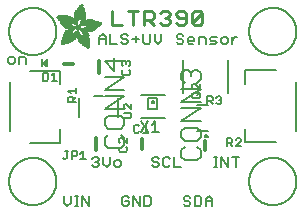
<source format=gbr>
G04 EAGLE Gerber RS-274X export*
G75*
%MOMM*%
%FSLAX34Y34*%
%LPD*%
%INSilkscreen Top*%
%IPPOS*%
%AMOC8*
5,1,8,0,0,1.08239X$1,22.5*%
G01*
%ADD10C,0.152400*%
%ADD11C,0.228600*%
%ADD12C,0.127000*%
%ADD13C,0.304800*%
%ADD14C,0.203200*%
%ADD15R,0.050800X0.006300*%
%ADD16R,0.082600X0.006400*%
%ADD17R,0.120600X0.006300*%
%ADD18R,0.139700X0.006400*%
%ADD19R,0.158800X0.006300*%
%ADD20R,0.177800X0.006400*%
%ADD21R,0.196800X0.006300*%
%ADD22R,0.215900X0.006400*%
%ADD23R,0.228600X0.006300*%
%ADD24R,0.241300X0.006400*%
%ADD25R,0.254000X0.006300*%
%ADD26R,0.266700X0.006400*%
%ADD27R,0.279400X0.006300*%
%ADD28R,0.285700X0.006400*%
%ADD29R,0.298400X0.006300*%
%ADD30R,0.311200X0.006400*%
%ADD31R,0.317500X0.006300*%
%ADD32R,0.330200X0.006400*%
%ADD33R,0.336600X0.006300*%
%ADD34R,0.349200X0.006400*%
%ADD35R,0.361900X0.006300*%
%ADD36R,0.368300X0.006400*%
%ADD37R,0.381000X0.006300*%
%ADD38R,0.387300X0.006400*%
%ADD39R,0.393700X0.006300*%
%ADD40R,0.406400X0.006400*%
%ADD41R,0.412700X0.006300*%
%ADD42R,0.419100X0.006400*%
%ADD43R,0.431800X0.006300*%
%ADD44R,0.438100X0.006400*%
%ADD45R,0.450800X0.006300*%
%ADD46R,0.457200X0.006400*%
%ADD47R,0.463500X0.006300*%
%ADD48R,0.476200X0.006400*%
%ADD49R,0.482600X0.006300*%
%ADD50R,0.488900X0.006400*%
%ADD51R,0.501600X0.006300*%
%ADD52R,0.508000X0.006400*%
%ADD53R,0.514300X0.006300*%
%ADD54R,0.527000X0.006400*%
%ADD55R,0.533400X0.006300*%
%ADD56R,0.546100X0.006400*%
%ADD57R,0.552400X0.006300*%
%ADD58R,0.558800X0.006400*%
%ADD59R,0.571500X0.006300*%
%ADD60R,0.577800X0.006400*%
%ADD61R,0.584200X0.006300*%
%ADD62R,0.596900X0.006400*%
%ADD63R,0.603200X0.006300*%
%ADD64R,0.609600X0.006400*%
%ADD65R,0.622300X0.006300*%
%ADD66R,0.628600X0.006400*%
%ADD67R,0.641300X0.006300*%
%ADD68R,0.647700X0.006400*%
%ADD69R,0.063500X0.006300*%
%ADD70R,0.654000X0.006300*%
%ADD71R,0.101600X0.006400*%
%ADD72R,0.666700X0.006400*%
%ADD73R,0.139700X0.006300*%
%ADD74R,0.673100X0.006300*%
%ADD75R,0.165100X0.006400*%
%ADD76R,0.679400X0.006400*%
%ADD77R,0.196900X0.006300*%
%ADD78R,0.692100X0.006300*%
%ADD79R,0.222200X0.006400*%
%ADD80R,0.698500X0.006400*%
%ADD81R,0.247700X0.006300*%
%ADD82R,0.704800X0.006300*%
%ADD83R,0.279400X0.006400*%
%ADD84R,0.717500X0.006400*%
%ADD85R,0.298500X0.006300*%
%ADD86R,0.723900X0.006300*%
%ADD87R,0.736600X0.006400*%
%ADD88R,0.342900X0.006300*%
%ADD89R,0.742900X0.006300*%
%ADD90R,0.374700X0.006400*%
%ADD91R,0.749300X0.006400*%
%ADD92R,0.762000X0.006300*%
%ADD93R,0.412700X0.006400*%
%ADD94R,0.768300X0.006400*%
%ADD95R,0.438100X0.006300*%
%ADD96R,0.774700X0.006300*%
%ADD97R,0.463600X0.006400*%
%ADD98R,0.787400X0.006400*%
%ADD99R,0.793700X0.006300*%
%ADD100R,0.495300X0.006400*%
%ADD101R,0.800100X0.006400*%
%ADD102R,0.520700X0.006300*%
%ADD103R,0.812800X0.006300*%
%ADD104R,0.533400X0.006400*%
%ADD105R,0.819100X0.006400*%
%ADD106R,0.558800X0.006300*%
%ADD107R,0.825500X0.006300*%
%ADD108R,0.577900X0.006400*%
%ADD109R,0.831800X0.006400*%
%ADD110R,0.596900X0.006300*%
%ADD111R,0.844500X0.006300*%
%ADD112R,0.616000X0.006400*%
%ADD113R,0.850900X0.006400*%
%ADD114R,0.635000X0.006300*%
%ADD115R,0.857200X0.006300*%
%ADD116R,0.654100X0.006400*%
%ADD117R,0.863600X0.006400*%
%ADD118R,0.666700X0.006300*%
%ADD119R,0.869900X0.006300*%
%ADD120R,0.685800X0.006400*%
%ADD121R,0.876300X0.006400*%
%ADD122R,0.882600X0.006300*%
%ADD123R,0.723900X0.006400*%
%ADD124R,0.889000X0.006400*%
%ADD125R,0.895300X0.006300*%
%ADD126R,0.755700X0.006400*%
%ADD127R,0.901700X0.006400*%
%ADD128R,0.908000X0.006300*%
%ADD129R,0.793800X0.006400*%
%ADD130R,0.914400X0.006400*%
%ADD131R,0.806400X0.006300*%
%ADD132R,0.920700X0.006300*%
%ADD133R,0.825500X0.006400*%
%ADD134R,0.927100X0.006400*%
%ADD135R,0.933400X0.006300*%
%ADD136R,0.857300X0.006400*%
%ADD137R,0.939800X0.006400*%
%ADD138R,0.870000X0.006300*%
%ADD139R,0.939800X0.006300*%
%ADD140R,0.946100X0.006400*%
%ADD141R,0.952500X0.006300*%
%ADD142R,0.908000X0.006400*%
%ADD143R,0.958800X0.006400*%
%ADD144R,0.965200X0.006300*%
%ADD145R,0.965200X0.006400*%
%ADD146R,0.971500X0.006300*%
%ADD147R,0.952500X0.006400*%
%ADD148R,0.977900X0.006400*%
%ADD149R,0.958800X0.006300*%
%ADD150R,0.984200X0.006300*%
%ADD151R,0.971500X0.006400*%
%ADD152R,0.984200X0.006400*%
%ADD153R,0.990600X0.006300*%
%ADD154R,0.984300X0.006400*%
%ADD155R,0.996900X0.006400*%
%ADD156R,0.997000X0.006300*%
%ADD157R,0.996900X0.006300*%
%ADD158R,1.003300X0.006400*%
%ADD159R,1.016000X0.006300*%
%ADD160R,1.009600X0.006300*%
%ADD161R,1.016000X0.006400*%
%ADD162R,1.009600X0.006400*%
%ADD163R,1.022300X0.006300*%
%ADD164R,1.028700X0.006400*%
%ADD165R,1.035100X0.006300*%
%ADD166R,1.047800X0.006400*%
%ADD167R,1.054100X0.006300*%
%ADD168R,1.028700X0.006300*%
%ADD169R,1.054100X0.006400*%
%ADD170R,1.035000X0.006400*%
%ADD171R,1.060400X0.006300*%
%ADD172R,1.035000X0.006300*%
%ADD173R,1.060500X0.006400*%
%ADD174R,1.041400X0.006400*%
%ADD175R,1.066800X0.006300*%
%ADD176R,1.041400X0.006300*%
%ADD177R,1.079500X0.006400*%
%ADD178R,1.047700X0.006400*%
%ADD179R,1.085900X0.006300*%
%ADD180R,1.047700X0.006300*%
%ADD181R,1.085800X0.006400*%
%ADD182R,1.092200X0.006300*%
%ADD183R,1.085900X0.006400*%
%ADD184R,1.098600X0.006300*%
%ADD185R,1.098600X0.006400*%
%ADD186R,1.060400X0.006400*%
%ADD187R,1.104900X0.006300*%
%ADD188R,1.104900X0.006400*%
%ADD189R,1.066800X0.006400*%
%ADD190R,1.111200X0.006300*%
%ADD191R,1.117600X0.006400*%
%ADD192R,1.117600X0.006300*%
%ADD193R,1.073100X0.006300*%
%ADD194R,1.073100X0.006400*%
%ADD195R,1.124000X0.006300*%
%ADD196R,1.079500X0.006300*%
%ADD197R,1.123900X0.006400*%
%ADD198R,1.130300X0.006300*%
%ADD199R,1.130300X0.006400*%
%ADD200R,1.136700X0.006400*%
%ADD201R,1.136700X0.006300*%
%ADD202R,1.085800X0.006300*%
%ADD203R,1.136600X0.006400*%
%ADD204R,1.136600X0.006300*%
%ADD205R,1.143000X0.006400*%
%ADD206R,1.143000X0.006300*%
%ADD207R,1.149400X0.006300*%
%ADD208R,1.149300X0.006300*%
%ADD209R,1.149300X0.006400*%
%ADD210R,1.149400X0.006400*%
%ADD211R,1.155700X0.006400*%
%ADD212R,1.155700X0.006300*%
%ADD213R,1.060500X0.006300*%
%ADD214R,2.197100X0.006400*%
%ADD215R,2.197100X0.006300*%
%ADD216R,2.184400X0.006300*%
%ADD217R,2.184400X0.006400*%
%ADD218R,2.171700X0.006400*%
%ADD219R,2.171700X0.006300*%
%ADD220R,1.530300X0.006400*%
%ADD221R,1.505000X0.006300*%
%ADD222R,1.492300X0.006400*%
%ADD223R,1.485900X0.006300*%
%ADD224R,0.565200X0.006300*%
%ADD225R,1.473200X0.006400*%
%ADD226R,0.565200X0.006400*%
%ADD227R,1.460500X0.006300*%
%ADD228R,1.454100X0.006400*%
%ADD229R,0.552400X0.006400*%
%ADD230R,1.441500X0.006300*%
%ADD231R,0.546100X0.006300*%
%ADD232R,1.435100X0.006400*%
%ADD233R,0.539800X0.006400*%
%ADD234R,1.428800X0.006300*%
%ADD235R,1.422400X0.006400*%
%ADD236R,1.409700X0.006300*%
%ADD237R,0.527100X0.006300*%
%ADD238R,1.403300X0.006400*%
%ADD239R,0.527100X0.006400*%
%ADD240R,1.390700X0.006300*%
%ADD241R,1.384300X0.006400*%
%ADD242R,0.520700X0.006400*%
%ADD243R,1.384300X0.006300*%
%ADD244R,0.514400X0.006300*%
%ADD245R,1.371600X0.006400*%
%ADD246R,1.365200X0.006300*%
%ADD247R,0.508000X0.006300*%
%ADD248R,1.352600X0.006400*%
%ADD249R,0.501700X0.006400*%
%ADD250R,0.711200X0.006300*%
%ADD251R,0.603300X0.006300*%
%ADD252R,0.501700X0.006300*%
%ADD253R,0.692100X0.006400*%
%ADD254R,0.571500X0.006400*%
%ADD255R,0.679400X0.006300*%
%ADD256R,0.495300X0.006300*%
%ADD257R,0.673100X0.006400*%
%ADD258R,0.666800X0.006300*%
%ADD259R,0.488900X0.006300*%
%ADD260R,0.660400X0.006400*%
%ADD261R,0.482600X0.006400*%
%ADD262R,0.476200X0.006300*%
%ADD263R,0.654000X0.006400*%
%ADD264R,0.469900X0.006400*%
%ADD265R,0.476300X0.006400*%
%ADD266R,0.647700X0.006300*%
%ADD267R,0.457200X0.006300*%
%ADD268R,0.469900X0.006300*%
%ADD269R,0.641300X0.006400*%
%ADD270R,0.444500X0.006400*%
%ADD271R,0.463600X0.006300*%
%ADD272R,0.635000X0.006400*%
%ADD273R,0.463500X0.006400*%
%ADD274R,0.393700X0.006400*%
%ADD275R,0.450800X0.006400*%
%ADD276R,0.628600X0.006300*%
%ADD277R,0.387400X0.006300*%
%ADD278R,0.450900X0.006300*%
%ADD279R,0.628700X0.006400*%
%ADD280R,0.374600X0.006400*%
%ADD281R,0.368300X0.006300*%
%ADD282R,0.438200X0.006300*%
%ADD283R,0.622300X0.006400*%
%ADD284R,0.355600X0.006400*%
%ADD285R,0.431800X0.006400*%
%ADD286R,0.349300X0.006300*%
%ADD287R,0.425400X0.006300*%
%ADD288R,0.615900X0.006300*%
%ADD289R,0.330200X0.006300*%
%ADD290R,0.419100X0.006300*%
%ADD291R,0.616000X0.006300*%
%ADD292R,0.311200X0.006300*%
%ADD293R,0.406400X0.006300*%
%ADD294R,0.615900X0.006400*%
%ADD295R,0.304800X0.006400*%
%ADD296R,0.158800X0.006400*%
%ADD297R,0.609600X0.006300*%
%ADD298R,0.292100X0.006300*%
%ADD299R,0.235000X0.006300*%
%ADD300R,0.387400X0.006400*%
%ADD301R,0.292100X0.006400*%
%ADD302R,0.336500X0.006300*%
%ADD303R,0.260400X0.006300*%
%ADD304R,0.603300X0.006400*%
%ADD305R,0.260400X0.006400*%
%ADD306R,0.362000X0.006400*%
%ADD307R,0.450900X0.006400*%
%ADD308R,0.355600X0.006300*%
%ADD309R,0.342900X0.006400*%
%ADD310R,0.514300X0.006400*%
%ADD311R,0.234900X0.006300*%
%ADD312R,0.539700X0.006300*%
%ADD313R,0.603200X0.006400*%
%ADD314R,0.234900X0.006400*%
%ADD315R,0.920700X0.006400*%
%ADD316R,0.958900X0.006400*%
%ADD317R,0.215900X0.006300*%
%ADD318R,0.209600X0.006400*%
%ADD319R,0.203200X0.006300*%
%ADD320R,1.003300X0.006300*%
%ADD321R,0.203200X0.006400*%
%ADD322R,0.196900X0.006400*%
%ADD323R,0.190500X0.006300*%
%ADD324R,0.190500X0.006400*%
%ADD325R,0.184200X0.006300*%
%ADD326R,0.590500X0.006400*%
%ADD327R,0.184200X0.006400*%
%ADD328R,0.590500X0.006300*%
%ADD329R,0.177800X0.006300*%
%ADD330R,0.584200X0.006400*%
%ADD331R,1.168400X0.006400*%
%ADD332R,0.171500X0.006300*%
%ADD333R,1.187500X0.006300*%
%ADD334R,1.200100X0.006400*%
%ADD335R,0.577800X0.006300*%
%ADD336R,1.212900X0.006300*%
%ADD337R,1.231900X0.006400*%
%ADD338R,1.250900X0.006300*%
%ADD339R,0.565100X0.006400*%
%ADD340R,0.184100X0.006400*%
%ADD341R,1.263700X0.006400*%
%ADD342R,0.565100X0.006300*%
%ADD343R,1.289100X0.006300*%
%ADD344R,1.314400X0.006400*%
%ADD345R,0.552500X0.006300*%
%ADD346R,1.568500X0.006300*%
%ADD347R,0.552500X0.006400*%
%ADD348R,1.581200X0.006400*%
%ADD349R,1.593800X0.006300*%
%ADD350R,1.606500X0.006400*%
%ADD351R,1.619300X0.006300*%
%ADD352R,0.514400X0.006400*%
%ADD353R,1.638300X0.006400*%
%ADD354R,1.657300X0.006300*%
%ADD355R,2.209800X0.006400*%
%ADD356R,2.425700X0.006300*%
%ADD357R,2.470100X0.006400*%
%ADD358R,2.501900X0.006300*%
%ADD359R,2.533700X0.006400*%
%ADD360R,2.559000X0.006300*%
%ADD361R,2.584500X0.006400*%
%ADD362R,2.609900X0.006300*%
%ADD363R,2.628900X0.006400*%
%ADD364R,2.660600X0.006300*%
%ADD365R,2.673400X0.006400*%
%ADD366R,1.422400X0.006300*%
%ADD367R,1.200200X0.006300*%
%ADD368R,1.365300X0.006300*%
%ADD369R,1.365300X0.006400*%
%ADD370R,1.352500X0.006300*%
%ADD371R,1.098500X0.006300*%
%ADD372R,1.358900X0.006400*%
%ADD373R,1.352600X0.006300*%
%ADD374R,1.358900X0.006300*%
%ADD375R,1.371600X0.006300*%
%ADD376R,1.377900X0.006400*%
%ADD377R,1.397000X0.006400*%
%ADD378R,1.403300X0.006300*%
%ADD379R,0.914400X0.006300*%
%ADD380R,0.876300X0.006300*%
%ADD381R,0.374600X0.006300*%
%ADD382R,1.073200X0.006400*%
%ADD383R,0.374700X0.006300*%
%ADD384R,0.844600X0.006400*%
%ADD385R,0.844600X0.006300*%
%ADD386R,0.831900X0.006400*%
%ADD387R,1.092200X0.006400*%
%ADD388R,0.400000X0.006300*%
%ADD389R,0.819200X0.006400*%
%ADD390R,1.111300X0.006400*%
%ADD391R,0.812800X0.006400*%
%ADD392R,0.800100X0.006300*%
%ADD393R,0.476300X0.006300*%
%ADD394R,1.181100X0.006300*%
%ADD395R,0.501600X0.006400*%
%ADD396R,1.193800X0.006400*%
%ADD397R,0.781000X0.006400*%
%ADD398R,1.238200X0.006400*%
%ADD399R,0.781100X0.006300*%
%ADD400R,1.257300X0.006300*%
%ADD401R,1.295400X0.006400*%
%ADD402R,1.333500X0.006300*%
%ADD403R,0.774700X0.006400*%
%ADD404R,1.866900X0.006400*%
%ADD405R,0.209600X0.006300*%
%ADD406R,1.866900X0.006300*%
%ADD407R,0.768400X0.006400*%
%ADD408R,0.209500X0.006400*%
%ADD409R,1.860600X0.006400*%
%ADD410R,0.762000X0.006400*%
%ADD411R,0.768400X0.006300*%
%ADD412R,1.860600X0.006300*%
%ADD413R,1.860500X0.006400*%
%ADD414R,0.222300X0.006300*%
%ADD415R,1.854200X0.006300*%
%ADD416R,0.235000X0.006400*%
%ADD417R,1.854200X0.006400*%
%ADD418R,0.768300X0.006300*%
%ADD419R,0.260300X0.006400*%
%ADD420R,1.847800X0.006400*%
%ADD421R,0.266700X0.006300*%
%ADD422R,1.847800X0.006300*%
%ADD423R,0.273100X0.006400*%
%ADD424R,1.841500X0.006400*%
%ADD425R,0.285800X0.006300*%
%ADD426R,1.841500X0.006300*%
%ADD427R,0.298500X0.006400*%
%ADD428R,1.835100X0.006400*%
%ADD429R,0.781000X0.006300*%
%ADD430R,0.304800X0.006300*%
%ADD431R,1.835100X0.006300*%
%ADD432R,0.317500X0.006400*%
%ADD433R,1.828800X0.006400*%
%ADD434R,0.787400X0.006300*%
%ADD435R,0.323800X0.006300*%
%ADD436R,1.828800X0.006300*%
%ADD437R,0.793700X0.006400*%
%ADD438R,1.822400X0.006400*%
%ADD439R,0.806500X0.006300*%
%ADD440R,1.822400X0.006300*%
%ADD441R,1.816100X0.006400*%
%ADD442R,0.819100X0.006300*%
%ADD443R,0.387300X0.006300*%
%ADD444R,1.816100X0.006300*%
%ADD445R,1.809800X0.006400*%
%ADD446R,1.803400X0.006300*%
%ADD447R,1.797000X0.006400*%
%ADD448R,0.901700X0.006300*%
%ADD449R,1.797000X0.006300*%
%ADD450R,1.441400X0.006400*%
%ADD451R,1.790700X0.006400*%
%ADD452R,1.447800X0.006300*%
%ADD453R,1.784300X0.006300*%
%ADD454R,1.447800X0.006400*%
%ADD455R,1.784300X0.006400*%
%ADD456R,1.454100X0.006300*%
%ADD457R,1.771700X0.006300*%
%ADD458R,1.460500X0.006400*%
%ADD459R,1.759000X0.006400*%
%ADD460R,1.466800X0.006300*%
%ADD461R,1.752600X0.006300*%
%ADD462R,1.466800X0.006400*%
%ADD463R,1.739900X0.006400*%
%ADD464R,1.473200X0.006300*%
%ADD465R,1.727200X0.006300*%
%ADD466R,1.479500X0.006400*%
%ADD467R,1.714500X0.006400*%
%ADD468R,1.695400X0.006300*%
%ADD469R,1.485900X0.006400*%
%ADD470R,1.682700X0.006400*%
%ADD471R,1.492200X0.006300*%
%ADD472R,1.663700X0.006300*%
%ADD473R,1.498600X0.006400*%
%ADD474R,1.644600X0.006400*%
%ADD475R,1.498600X0.006300*%
%ADD476R,1.619200X0.006300*%
%ADD477R,1.511300X0.006400*%
%ADD478R,1.600200X0.006400*%
%ADD479R,1.517700X0.006300*%
%ADD480R,1.574800X0.006300*%
%ADD481R,1.524000X0.006400*%
%ADD482R,1.555800X0.006400*%
%ADD483R,1.524000X0.006300*%
%ADD484R,1.536700X0.006300*%
%ADD485R,1.530400X0.006400*%
%ADD486R,1.517700X0.006400*%
%ADD487R,1.492300X0.006300*%
%ADD488R,1.549400X0.006400*%
%ADD489R,1.479600X0.006400*%
%ADD490R,1.549400X0.006300*%
%ADD491R,1.555700X0.006400*%
%ADD492R,1.562100X0.006300*%
%ADD493R,0.323900X0.006300*%
%ADD494R,1.568400X0.006400*%
%ADD495R,0.336600X0.006400*%
%ADD496R,1.587500X0.006300*%
%ADD497R,0.971600X0.006300*%
%ADD498R,0.349300X0.006400*%
%ADD499R,1.600200X0.006300*%
%ADD500R,0.920800X0.006300*%
%ADD501R,0.882700X0.006400*%
%ADD502R,1.612900X0.006300*%
%ADD503R,0.362000X0.006300*%
%ADD504R,1.625600X0.006400*%
%ADD505R,1.625600X0.006300*%
%ADD506R,1.644600X0.006300*%
%ADD507R,0.736600X0.006300*%
%ADD508R,0.717600X0.006400*%
%ADD509R,1.657400X0.006300*%
%ADD510R,0.679500X0.006300*%
%ADD511R,1.663700X0.006400*%
%ADD512R,0.400000X0.006400*%
%ADD513R,1.676400X0.006300*%
%ADD514R,1.676400X0.006400*%
%ADD515R,0.425500X0.006400*%
%ADD516R,1.352500X0.006400*%
%ADD517R,0.444500X0.006300*%
%ADD518R,0.361900X0.006400*%
%ADD519R,0.088900X0.006300*%
%ADD520R,1.009700X0.006300*%
%ADD521R,1.009700X0.006400*%
%ADD522R,1.022300X0.006400*%
%ADD523R,1.346200X0.006400*%
%ADD524R,1.346200X0.006300*%
%ADD525R,1.339900X0.006400*%
%ADD526R,1.035100X0.006400*%
%ADD527R,1.339800X0.006300*%
%ADD528R,1.333500X0.006400*%
%ADD529R,1.327200X0.006400*%
%ADD530R,1.320800X0.006300*%
%ADD531R,1.314500X0.006400*%
%ADD532R,1.314400X0.006300*%
%ADD533R,1.301700X0.006400*%
%ADD534R,1.295400X0.006300*%
%ADD535R,1.289000X0.006400*%
%ADD536R,1.276300X0.006300*%
%ADD537R,1.251000X0.006300*%
%ADD538R,1.244600X0.006400*%
%ADD539R,1.231900X0.006300*%
%ADD540R,1.212800X0.006400*%
%ADD541R,1.200100X0.006300*%
%ADD542R,1.187400X0.006400*%
%ADD543R,1.168400X0.006300*%
%ADD544R,1.047800X0.006300*%
%ADD545R,0.977900X0.006300*%
%ADD546R,0.946200X0.006400*%
%ADD547R,0.933400X0.006400*%
%ADD548R,0.895300X0.006400*%
%ADD549R,0.882700X0.006300*%
%ADD550R,0.863600X0.006300*%
%ADD551R,0.857200X0.006400*%
%ADD552R,0.850900X0.006300*%
%ADD553R,0.838200X0.006300*%
%ADD554R,0.806500X0.006400*%
%ADD555R,0.717600X0.006300*%
%ADD556R,0.711200X0.006400*%
%ADD557R,0.641400X0.006400*%
%ADD558R,0.641400X0.006300*%
%ADD559R,0.628700X0.006300*%
%ADD560R,0.590600X0.006300*%
%ADD561R,0.539700X0.006400*%
%ADD562R,0.285700X0.006300*%
%ADD563R,0.222200X0.006300*%
%ADD564R,0.171400X0.006300*%
%ADD565R,0.152400X0.006400*%
%ADD566R,0.133400X0.006300*%
%ADD567R,0.127000X0.762000*%

G36*
X37348Y122433D02*
X37348Y122433D01*
X37377Y122430D01*
X37469Y122450D01*
X37562Y122463D01*
X37589Y122476D01*
X37618Y122482D01*
X37698Y122530D01*
X37782Y122572D01*
X37803Y122593D01*
X37829Y122608D01*
X37890Y122680D01*
X37956Y122746D01*
X37969Y122772D01*
X37989Y122795D01*
X38024Y122882D01*
X38066Y122966D01*
X38070Y122996D01*
X38081Y123023D01*
X38099Y123190D01*
X38099Y128270D01*
X38094Y128299D01*
X38097Y128329D01*
X38075Y128420D01*
X38060Y128513D01*
X38046Y128539D01*
X38039Y128568D01*
X37988Y128647D01*
X37944Y128730D01*
X37923Y128751D01*
X37907Y128776D01*
X37834Y128835D01*
X37766Y128900D01*
X37739Y128912D01*
X37716Y128931D01*
X37628Y128964D01*
X37543Y129003D01*
X37513Y129006D01*
X37486Y129017D01*
X37392Y129020D01*
X37299Y129030D01*
X37269Y129024D01*
X37240Y129025D01*
X37150Y128998D01*
X37058Y128978D01*
X37033Y128963D01*
X37004Y128954D01*
X36862Y128864D01*
X33687Y126324D01*
X33618Y126247D01*
X33545Y126174D01*
X33536Y126157D01*
X33523Y126142D01*
X33481Y126046D01*
X33435Y125954D01*
X33433Y125934D01*
X33425Y125916D01*
X33416Y125813D01*
X33402Y125710D01*
X33406Y125691D01*
X33404Y125671D01*
X33429Y125570D01*
X33448Y125468D01*
X33458Y125451D01*
X33462Y125432D01*
X33518Y125345D01*
X33569Y125254D01*
X33586Y125237D01*
X33594Y125224D01*
X33619Y125204D01*
X33687Y125136D01*
X36862Y122596D01*
X36888Y122581D01*
X36910Y122561D01*
X36995Y122521D01*
X37077Y122475D01*
X37106Y122469D01*
X37133Y122457D01*
X37226Y122447D01*
X37318Y122429D01*
X37348Y122433D01*
G37*
D10*
X51788Y13215D02*
X51788Y7453D01*
X54670Y4572D01*
X57551Y7453D01*
X57551Y13215D01*
X61144Y4572D02*
X64025Y4572D01*
X62584Y4572D02*
X62584Y13215D01*
X61144Y13215D02*
X64025Y13215D01*
X67380Y13215D02*
X67380Y4572D01*
X73143Y4572D02*
X67380Y13215D01*
X73143Y13215D02*
X73143Y4572D01*
X75629Y44795D02*
X77070Y46235D01*
X79951Y46235D01*
X81391Y44795D01*
X81391Y43354D01*
X79951Y41914D01*
X78510Y41914D01*
X79951Y41914D02*
X81391Y40473D01*
X81391Y39033D01*
X79951Y37592D01*
X77070Y37592D01*
X75629Y39033D01*
X84984Y40473D02*
X84984Y46235D01*
X84984Y40473D02*
X87866Y37592D01*
X90747Y40473D01*
X90747Y46235D01*
X95780Y37592D02*
X98661Y37592D01*
X100102Y39033D01*
X100102Y41914D01*
X98661Y43354D01*
X95780Y43354D01*
X94340Y41914D01*
X94340Y39033D01*
X95780Y37592D01*
X105351Y13215D02*
X106791Y11775D01*
X105351Y13215D02*
X102470Y13215D01*
X101029Y11775D01*
X101029Y6013D01*
X102470Y4572D01*
X105351Y4572D01*
X106791Y6013D01*
X106791Y8894D01*
X103910Y8894D01*
X110384Y13215D02*
X110384Y4572D01*
X116147Y4572D02*
X110384Y13215D01*
X116147Y13215D02*
X116147Y4572D01*
X119740Y4572D02*
X119740Y13215D01*
X119740Y4572D02*
X124061Y4572D01*
X125502Y6013D01*
X125502Y11775D01*
X124061Y13215D01*
X119740Y13215D01*
X132191Y44795D02*
X130751Y46235D01*
X127870Y46235D01*
X126429Y44795D01*
X126429Y43354D01*
X127870Y41914D01*
X130751Y41914D01*
X132191Y40473D01*
X132191Y39033D01*
X130751Y37592D01*
X127870Y37592D01*
X126429Y39033D01*
X140106Y46235D02*
X141547Y44795D01*
X140106Y46235D02*
X137225Y46235D01*
X135784Y44795D01*
X135784Y39033D01*
X137225Y37592D01*
X140106Y37592D01*
X141547Y39033D01*
X145140Y37592D02*
X145140Y46235D01*
X145140Y37592D02*
X150902Y37592D01*
X157421Y13215D02*
X158861Y11775D01*
X157421Y13215D02*
X154540Y13215D01*
X153099Y11775D01*
X153099Y10334D01*
X154540Y8894D01*
X157421Y8894D01*
X158861Y7453D01*
X158861Y6013D01*
X157421Y4572D01*
X154540Y4572D01*
X153099Y6013D01*
X162454Y4572D02*
X162454Y13215D01*
X162454Y4572D02*
X166776Y4572D01*
X168217Y6013D01*
X168217Y11775D01*
X166776Y13215D01*
X162454Y13215D01*
X171810Y10334D02*
X171810Y4572D01*
X171810Y10334D02*
X174691Y13215D01*
X177572Y10334D01*
X177572Y4572D01*
X177572Y8894D02*
X171810Y8894D01*
X178788Y37592D02*
X181670Y37592D01*
X180229Y37592D02*
X180229Y46235D01*
X178788Y46235D02*
X181670Y46235D01*
X185025Y46235D02*
X185025Y37592D01*
X190787Y37592D02*
X185025Y46235D01*
X190787Y46235D02*
X190787Y37592D01*
X197262Y37592D02*
X197262Y46235D01*
X200143Y46235D02*
X194380Y46235D01*
D11*
X92528Y157607D02*
X92528Y170064D01*
X92528Y157607D02*
X100832Y157607D01*
X110245Y157607D02*
X110245Y170064D01*
X106093Y170064D02*
X114397Y170064D01*
X119658Y170064D02*
X119658Y157607D01*
X119658Y170064D02*
X125886Y170064D01*
X127962Y167988D01*
X127962Y163835D01*
X125886Y161759D01*
X119658Y161759D01*
X123810Y161759D02*
X127962Y157607D01*
X133223Y167988D02*
X135299Y170064D01*
X139451Y170064D01*
X141527Y167988D01*
X141527Y165911D01*
X139451Y163835D01*
X137375Y163835D01*
X139451Y163835D02*
X141527Y161759D01*
X141527Y159683D01*
X139451Y157607D01*
X135299Y157607D01*
X133223Y159683D01*
X146788Y159683D02*
X148864Y157607D01*
X153016Y157607D01*
X155092Y159683D01*
X155092Y167988D01*
X153016Y170064D01*
X148864Y170064D01*
X146788Y167988D01*
X146788Y165911D01*
X148864Y163835D01*
X155092Y163835D01*
X160353Y159683D02*
X160353Y167988D01*
X162429Y170064D01*
X166581Y170064D01*
X168657Y167988D01*
X168657Y159683D01*
X166581Y157607D01*
X162429Y157607D01*
X160353Y159683D01*
X168657Y167988D01*
D10*
X81703Y147494D02*
X81703Y141732D01*
X81703Y147494D02*
X84584Y150375D01*
X87465Y147494D01*
X87465Y141732D01*
X87465Y146054D02*
X81703Y146054D01*
X91058Y150375D02*
X91058Y141732D01*
X96820Y141732D01*
X104735Y150375D02*
X106175Y148935D01*
X104735Y150375D02*
X101854Y150375D01*
X100413Y148935D01*
X100413Y147494D01*
X101854Y146054D01*
X104735Y146054D01*
X106175Y144613D01*
X106175Y143173D01*
X104735Y141732D01*
X101854Y141732D01*
X100413Y143173D01*
X109768Y146054D02*
X115531Y146054D01*
X112650Y148935D02*
X112650Y143173D01*
X119124Y143173D02*
X119124Y150375D01*
X119124Y143173D02*
X120564Y141732D01*
X123445Y141732D01*
X124886Y143173D01*
X124886Y150375D01*
X128479Y150375D02*
X128479Y144613D01*
X131360Y141732D01*
X134241Y144613D01*
X134241Y150375D01*
X151511Y150375D02*
X152951Y148935D01*
X151511Y150375D02*
X148630Y150375D01*
X147189Y148935D01*
X147189Y147494D01*
X148630Y146054D01*
X151511Y146054D01*
X152951Y144613D01*
X152951Y143173D01*
X151511Y141732D01*
X148630Y141732D01*
X147189Y143173D01*
X157985Y141732D02*
X160866Y141732D01*
X157985Y141732D02*
X156544Y143173D01*
X156544Y146054D01*
X157985Y147494D01*
X160866Y147494D01*
X162307Y146054D01*
X162307Y144613D01*
X156544Y144613D01*
X165900Y141732D02*
X165900Y147494D01*
X170221Y147494D01*
X171662Y146054D01*
X171662Y141732D01*
X175255Y141732D02*
X179576Y141732D01*
X181017Y143173D01*
X179576Y144613D01*
X176695Y144613D01*
X175255Y146054D01*
X176695Y147494D01*
X181017Y147494D01*
X186050Y141732D02*
X188932Y141732D01*
X190372Y143173D01*
X190372Y146054D01*
X188932Y147494D01*
X186050Y147494D01*
X184610Y146054D01*
X184610Y143173D01*
X186050Y141732D01*
X193965Y141732D02*
X193965Y147494D01*
X193965Y144613D02*
X196846Y147494D01*
X198287Y147494D01*
D12*
X8894Y125095D02*
X5928Y125095D01*
X8894Y125095D02*
X10377Y126578D01*
X10377Y129544D01*
X8894Y131027D01*
X5928Y131027D01*
X4445Y129544D01*
X4445Y126578D01*
X5928Y125095D01*
X13800Y125095D02*
X13800Y131027D01*
X18249Y131027D01*
X19732Y129544D01*
X19732Y125095D01*
D13*
X78740Y62230D02*
X78740Y52070D01*
D10*
X98546Y53869D02*
X99648Y54970D01*
X98546Y53869D02*
X98546Y51665D01*
X99648Y50564D01*
X104054Y50564D01*
X105156Y51665D01*
X105156Y53869D01*
X104054Y54970D01*
X105156Y58048D02*
X105156Y62454D01*
X105156Y58048D02*
X100750Y62454D01*
X99648Y62454D01*
X98546Y61353D01*
X98546Y59149D01*
X99648Y58048D01*
D14*
X64780Y79630D02*
X64780Y95630D01*
X97780Y95630D02*
X97780Y79630D01*
X85280Y98130D02*
X77280Y98130D01*
D10*
X102356Y79044D02*
X107864Y79044D01*
X108966Y80145D01*
X108966Y82349D01*
X107864Y83450D01*
X102356Y83450D01*
X108966Y86528D02*
X108966Y90934D01*
X108966Y86528D02*
X104560Y90934D01*
X103458Y90934D01*
X102356Y89833D01*
X102356Y87629D01*
X103458Y86528D01*
D13*
X81280Y116840D02*
X81280Y127000D01*
D10*
X101086Y118639D02*
X102188Y119740D01*
X101086Y118639D02*
X101086Y116435D01*
X102188Y115334D01*
X106594Y115334D01*
X107696Y116435D01*
X107696Y118639D01*
X106594Y119740D01*
X102188Y122818D02*
X101086Y123919D01*
X101086Y126123D01*
X102188Y127224D01*
X103290Y127224D01*
X104391Y126123D01*
X104391Y125021D01*
X104391Y126123D02*
X105493Y127224D01*
X106594Y127224D01*
X107696Y126123D01*
X107696Y123919D01*
X106594Y122818D01*
D13*
X118110Y61150D02*
X118110Y53150D01*
D10*
X115658Y72310D02*
X114557Y73412D01*
X112354Y73412D01*
X111252Y72310D01*
X111252Y67904D01*
X112354Y66802D01*
X114557Y66802D01*
X115658Y67904D01*
X118736Y71208D02*
X120939Y73412D01*
X120939Y66802D01*
X118736Y66802D02*
X123143Y66802D01*
D14*
X152450Y100300D02*
X152450Y128300D01*
X190450Y128300D02*
X190450Y100300D01*
D10*
X173244Y97544D02*
X173244Y90934D01*
X173244Y97544D02*
X176549Y97544D01*
X177650Y96442D01*
X177650Y94239D01*
X176549Y93137D01*
X173244Y93137D01*
X175447Y93137D02*
X177650Y90934D01*
X180728Y96442D02*
X181829Y97544D01*
X184033Y97544D01*
X185134Y96442D01*
X185134Y95340D01*
X184033Y94239D01*
X182931Y94239D01*
X184033Y94239D02*
X185134Y93137D01*
X185134Y92036D01*
X184033Y90934D01*
X181829Y90934D01*
X180728Y92036D01*
D14*
X173410Y67740D02*
X164410Y67740D01*
X164410Y89740D02*
X173410Y89740D01*
X171410Y63740D02*
X171412Y63803D01*
X171418Y63865D01*
X171428Y63927D01*
X171441Y63989D01*
X171459Y64049D01*
X171480Y64108D01*
X171505Y64166D01*
X171534Y64222D01*
X171566Y64276D01*
X171601Y64328D01*
X171639Y64377D01*
X171681Y64425D01*
X171725Y64469D01*
X171773Y64511D01*
X171822Y64549D01*
X171874Y64584D01*
X171928Y64616D01*
X171984Y64645D01*
X172042Y64670D01*
X172101Y64691D01*
X172161Y64709D01*
X172223Y64722D01*
X172285Y64732D01*
X172347Y64738D01*
X172410Y64740D01*
X172473Y64738D01*
X172535Y64732D01*
X172597Y64722D01*
X172659Y64709D01*
X172719Y64691D01*
X172778Y64670D01*
X172836Y64645D01*
X172892Y64616D01*
X172946Y64584D01*
X172998Y64549D01*
X173047Y64511D01*
X173095Y64469D01*
X173139Y64425D01*
X173181Y64377D01*
X173219Y64328D01*
X173254Y64276D01*
X173286Y64222D01*
X173315Y64166D01*
X173340Y64108D01*
X173361Y64049D01*
X173379Y63989D01*
X173392Y63927D01*
X173402Y63865D01*
X173408Y63803D01*
X173410Y63740D01*
X173408Y63677D01*
X173402Y63615D01*
X173392Y63553D01*
X173379Y63491D01*
X173361Y63431D01*
X173340Y63372D01*
X173315Y63314D01*
X173286Y63258D01*
X173254Y63204D01*
X173219Y63152D01*
X173181Y63103D01*
X173139Y63055D01*
X173095Y63011D01*
X173047Y62969D01*
X172998Y62931D01*
X172946Y62896D01*
X172892Y62864D01*
X172836Y62835D01*
X172778Y62810D01*
X172719Y62789D01*
X172659Y62771D01*
X172597Y62758D01*
X172535Y62748D01*
X172473Y62742D01*
X172410Y62740D01*
X172347Y62742D01*
X172285Y62748D01*
X172223Y62758D01*
X172161Y62771D01*
X172101Y62789D01*
X172042Y62810D01*
X171984Y62835D01*
X171928Y62864D01*
X171874Y62896D01*
X171822Y62931D01*
X171773Y62969D01*
X171725Y63011D01*
X171681Y63055D01*
X171639Y63103D01*
X171601Y63152D01*
X171566Y63204D01*
X171534Y63258D01*
X171505Y63314D01*
X171480Y63372D01*
X171459Y63431D01*
X171441Y63491D01*
X171428Y63553D01*
X171418Y63615D01*
X171412Y63677D01*
X171410Y63740D01*
D10*
X165776Y96012D02*
X161370Y96012D01*
X160268Y97114D01*
X160268Y99317D01*
X161370Y100418D01*
X165776Y100418D01*
X166878Y99317D01*
X166878Y97114D01*
X165776Y96012D01*
X164675Y98215D02*
X166878Y100418D01*
X166878Y103496D02*
X166878Y107903D01*
X162472Y107903D02*
X166878Y103496D01*
X162472Y107903D02*
X161370Y107903D01*
X160268Y106801D01*
X160268Y104598D01*
X161370Y103496D01*
X51902Y44450D02*
X50800Y45552D01*
X51902Y44450D02*
X53003Y44450D01*
X54105Y45552D01*
X54105Y51060D01*
X55206Y51060D02*
X53003Y51060D01*
X58284Y51060D02*
X58284Y44450D01*
X58284Y51060D02*
X61589Y51060D01*
X62691Y49958D01*
X62691Y47755D01*
X61589Y46653D01*
X58284Y46653D01*
X65768Y48856D02*
X67972Y51060D01*
X67972Y44450D01*
X70175Y44450D02*
X65768Y44450D01*
D14*
X5400Y152400D02*
X5406Y152891D01*
X5424Y153381D01*
X5454Y153871D01*
X5496Y154360D01*
X5550Y154848D01*
X5616Y155335D01*
X5694Y155819D01*
X5784Y156302D01*
X5886Y156782D01*
X5999Y157260D01*
X6124Y157734D01*
X6261Y158206D01*
X6409Y158674D01*
X6569Y159138D01*
X6740Y159598D01*
X6922Y160054D01*
X7116Y160505D01*
X7320Y160951D01*
X7536Y161392D01*
X7762Y161828D01*
X7998Y162258D01*
X8245Y162682D01*
X8503Y163100D01*
X8771Y163511D01*
X9048Y163916D01*
X9336Y164314D01*
X9633Y164705D01*
X9940Y165088D01*
X10256Y165463D01*
X10581Y165831D01*
X10915Y166191D01*
X11258Y166542D01*
X11609Y166885D01*
X11969Y167219D01*
X12337Y167544D01*
X12712Y167860D01*
X13095Y168167D01*
X13486Y168464D01*
X13884Y168752D01*
X14289Y169029D01*
X14700Y169297D01*
X15118Y169555D01*
X15542Y169802D01*
X15972Y170038D01*
X16408Y170264D01*
X16849Y170480D01*
X17295Y170684D01*
X17746Y170878D01*
X18202Y171060D01*
X18662Y171231D01*
X19126Y171391D01*
X19594Y171539D01*
X20066Y171676D01*
X20540Y171801D01*
X21018Y171914D01*
X21498Y172016D01*
X21981Y172106D01*
X22465Y172184D01*
X22952Y172250D01*
X23440Y172304D01*
X23929Y172346D01*
X24419Y172376D01*
X24909Y172394D01*
X25400Y172400D01*
X25891Y172394D01*
X26381Y172376D01*
X26871Y172346D01*
X27360Y172304D01*
X27848Y172250D01*
X28335Y172184D01*
X28819Y172106D01*
X29302Y172016D01*
X29782Y171914D01*
X30260Y171801D01*
X30734Y171676D01*
X31206Y171539D01*
X31674Y171391D01*
X32138Y171231D01*
X32598Y171060D01*
X33054Y170878D01*
X33505Y170684D01*
X33951Y170480D01*
X34392Y170264D01*
X34828Y170038D01*
X35258Y169802D01*
X35682Y169555D01*
X36100Y169297D01*
X36511Y169029D01*
X36916Y168752D01*
X37314Y168464D01*
X37705Y168167D01*
X38088Y167860D01*
X38463Y167544D01*
X38831Y167219D01*
X39191Y166885D01*
X39542Y166542D01*
X39885Y166191D01*
X40219Y165831D01*
X40544Y165463D01*
X40860Y165088D01*
X41167Y164705D01*
X41464Y164314D01*
X41752Y163916D01*
X42029Y163511D01*
X42297Y163100D01*
X42555Y162682D01*
X42802Y162258D01*
X43038Y161828D01*
X43264Y161392D01*
X43480Y160951D01*
X43684Y160505D01*
X43878Y160054D01*
X44060Y159598D01*
X44231Y159138D01*
X44391Y158674D01*
X44539Y158206D01*
X44676Y157734D01*
X44801Y157260D01*
X44914Y156782D01*
X45016Y156302D01*
X45106Y155819D01*
X45184Y155335D01*
X45250Y154848D01*
X45304Y154360D01*
X45346Y153871D01*
X45376Y153381D01*
X45394Y152891D01*
X45400Y152400D01*
X45394Y151909D01*
X45376Y151419D01*
X45346Y150929D01*
X45304Y150440D01*
X45250Y149952D01*
X45184Y149465D01*
X45106Y148981D01*
X45016Y148498D01*
X44914Y148018D01*
X44801Y147540D01*
X44676Y147066D01*
X44539Y146594D01*
X44391Y146126D01*
X44231Y145662D01*
X44060Y145202D01*
X43878Y144746D01*
X43684Y144295D01*
X43480Y143849D01*
X43264Y143408D01*
X43038Y142972D01*
X42802Y142542D01*
X42555Y142118D01*
X42297Y141700D01*
X42029Y141289D01*
X41752Y140884D01*
X41464Y140486D01*
X41167Y140095D01*
X40860Y139712D01*
X40544Y139337D01*
X40219Y138969D01*
X39885Y138609D01*
X39542Y138258D01*
X39191Y137915D01*
X38831Y137581D01*
X38463Y137256D01*
X38088Y136940D01*
X37705Y136633D01*
X37314Y136336D01*
X36916Y136048D01*
X36511Y135771D01*
X36100Y135503D01*
X35682Y135245D01*
X35258Y134998D01*
X34828Y134762D01*
X34392Y134536D01*
X33951Y134320D01*
X33505Y134116D01*
X33054Y133922D01*
X32598Y133740D01*
X32138Y133569D01*
X31674Y133409D01*
X31206Y133261D01*
X30734Y133124D01*
X30260Y132999D01*
X29782Y132886D01*
X29302Y132784D01*
X28819Y132694D01*
X28335Y132616D01*
X27848Y132550D01*
X27360Y132496D01*
X26871Y132454D01*
X26381Y132424D01*
X25891Y132406D01*
X25400Y132400D01*
X24909Y132406D01*
X24419Y132424D01*
X23929Y132454D01*
X23440Y132496D01*
X22952Y132550D01*
X22465Y132616D01*
X21981Y132694D01*
X21498Y132784D01*
X21018Y132886D01*
X20540Y132999D01*
X20066Y133124D01*
X19594Y133261D01*
X19126Y133409D01*
X18662Y133569D01*
X18202Y133740D01*
X17746Y133922D01*
X17295Y134116D01*
X16849Y134320D01*
X16408Y134536D01*
X15972Y134762D01*
X15542Y134998D01*
X15118Y135245D01*
X14700Y135503D01*
X14289Y135771D01*
X13884Y136048D01*
X13486Y136336D01*
X13095Y136633D01*
X12712Y136940D01*
X12337Y137256D01*
X11969Y137581D01*
X11609Y137915D01*
X11258Y138258D01*
X10915Y138609D01*
X10581Y138969D01*
X10256Y139337D01*
X9940Y139712D01*
X9633Y140095D01*
X9336Y140486D01*
X9048Y140884D01*
X8771Y141289D01*
X8503Y141700D01*
X8245Y142118D01*
X7998Y142542D01*
X7762Y142972D01*
X7536Y143408D01*
X7320Y143849D01*
X7116Y144295D01*
X6922Y144746D01*
X6740Y145202D01*
X6569Y145662D01*
X6409Y146126D01*
X6261Y146594D01*
X6124Y147066D01*
X5999Y147540D01*
X5886Y148018D01*
X5784Y148498D01*
X5694Y148981D01*
X5616Y149465D01*
X5550Y149952D01*
X5496Y150440D01*
X5454Y150929D01*
X5424Y151419D01*
X5406Y151909D01*
X5400Y152400D01*
X208600Y152400D02*
X208606Y152891D01*
X208624Y153381D01*
X208654Y153871D01*
X208696Y154360D01*
X208750Y154848D01*
X208816Y155335D01*
X208894Y155819D01*
X208984Y156302D01*
X209086Y156782D01*
X209199Y157260D01*
X209324Y157734D01*
X209461Y158206D01*
X209609Y158674D01*
X209769Y159138D01*
X209940Y159598D01*
X210122Y160054D01*
X210316Y160505D01*
X210520Y160951D01*
X210736Y161392D01*
X210962Y161828D01*
X211198Y162258D01*
X211445Y162682D01*
X211703Y163100D01*
X211971Y163511D01*
X212248Y163916D01*
X212536Y164314D01*
X212833Y164705D01*
X213140Y165088D01*
X213456Y165463D01*
X213781Y165831D01*
X214115Y166191D01*
X214458Y166542D01*
X214809Y166885D01*
X215169Y167219D01*
X215537Y167544D01*
X215912Y167860D01*
X216295Y168167D01*
X216686Y168464D01*
X217084Y168752D01*
X217489Y169029D01*
X217900Y169297D01*
X218318Y169555D01*
X218742Y169802D01*
X219172Y170038D01*
X219608Y170264D01*
X220049Y170480D01*
X220495Y170684D01*
X220946Y170878D01*
X221402Y171060D01*
X221862Y171231D01*
X222326Y171391D01*
X222794Y171539D01*
X223266Y171676D01*
X223740Y171801D01*
X224218Y171914D01*
X224698Y172016D01*
X225181Y172106D01*
X225665Y172184D01*
X226152Y172250D01*
X226640Y172304D01*
X227129Y172346D01*
X227619Y172376D01*
X228109Y172394D01*
X228600Y172400D01*
X229091Y172394D01*
X229581Y172376D01*
X230071Y172346D01*
X230560Y172304D01*
X231048Y172250D01*
X231535Y172184D01*
X232019Y172106D01*
X232502Y172016D01*
X232982Y171914D01*
X233460Y171801D01*
X233934Y171676D01*
X234406Y171539D01*
X234874Y171391D01*
X235338Y171231D01*
X235798Y171060D01*
X236254Y170878D01*
X236705Y170684D01*
X237151Y170480D01*
X237592Y170264D01*
X238028Y170038D01*
X238458Y169802D01*
X238882Y169555D01*
X239300Y169297D01*
X239711Y169029D01*
X240116Y168752D01*
X240514Y168464D01*
X240905Y168167D01*
X241288Y167860D01*
X241663Y167544D01*
X242031Y167219D01*
X242391Y166885D01*
X242742Y166542D01*
X243085Y166191D01*
X243419Y165831D01*
X243744Y165463D01*
X244060Y165088D01*
X244367Y164705D01*
X244664Y164314D01*
X244952Y163916D01*
X245229Y163511D01*
X245497Y163100D01*
X245755Y162682D01*
X246002Y162258D01*
X246238Y161828D01*
X246464Y161392D01*
X246680Y160951D01*
X246884Y160505D01*
X247078Y160054D01*
X247260Y159598D01*
X247431Y159138D01*
X247591Y158674D01*
X247739Y158206D01*
X247876Y157734D01*
X248001Y157260D01*
X248114Y156782D01*
X248216Y156302D01*
X248306Y155819D01*
X248384Y155335D01*
X248450Y154848D01*
X248504Y154360D01*
X248546Y153871D01*
X248576Y153381D01*
X248594Y152891D01*
X248600Y152400D01*
X248594Y151909D01*
X248576Y151419D01*
X248546Y150929D01*
X248504Y150440D01*
X248450Y149952D01*
X248384Y149465D01*
X248306Y148981D01*
X248216Y148498D01*
X248114Y148018D01*
X248001Y147540D01*
X247876Y147066D01*
X247739Y146594D01*
X247591Y146126D01*
X247431Y145662D01*
X247260Y145202D01*
X247078Y144746D01*
X246884Y144295D01*
X246680Y143849D01*
X246464Y143408D01*
X246238Y142972D01*
X246002Y142542D01*
X245755Y142118D01*
X245497Y141700D01*
X245229Y141289D01*
X244952Y140884D01*
X244664Y140486D01*
X244367Y140095D01*
X244060Y139712D01*
X243744Y139337D01*
X243419Y138969D01*
X243085Y138609D01*
X242742Y138258D01*
X242391Y137915D01*
X242031Y137581D01*
X241663Y137256D01*
X241288Y136940D01*
X240905Y136633D01*
X240514Y136336D01*
X240116Y136048D01*
X239711Y135771D01*
X239300Y135503D01*
X238882Y135245D01*
X238458Y134998D01*
X238028Y134762D01*
X237592Y134536D01*
X237151Y134320D01*
X236705Y134116D01*
X236254Y133922D01*
X235798Y133740D01*
X235338Y133569D01*
X234874Y133409D01*
X234406Y133261D01*
X233934Y133124D01*
X233460Y132999D01*
X232982Y132886D01*
X232502Y132784D01*
X232019Y132694D01*
X231535Y132616D01*
X231048Y132550D01*
X230560Y132496D01*
X230071Y132454D01*
X229581Y132424D01*
X229091Y132406D01*
X228600Y132400D01*
X228109Y132406D01*
X227619Y132424D01*
X227129Y132454D01*
X226640Y132496D01*
X226152Y132550D01*
X225665Y132616D01*
X225181Y132694D01*
X224698Y132784D01*
X224218Y132886D01*
X223740Y132999D01*
X223266Y133124D01*
X222794Y133261D01*
X222326Y133409D01*
X221862Y133569D01*
X221402Y133740D01*
X220946Y133922D01*
X220495Y134116D01*
X220049Y134320D01*
X219608Y134536D01*
X219172Y134762D01*
X218742Y134998D01*
X218318Y135245D01*
X217900Y135503D01*
X217489Y135771D01*
X217084Y136048D01*
X216686Y136336D01*
X216295Y136633D01*
X215912Y136940D01*
X215537Y137256D01*
X215169Y137581D01*
X214809Y137915D01*
X214458Y138258D01*
X214115Y138609D01*
X213781Y138969D01*
X213456Y139337D01*
X213140Y139712D01*
X212833Y140095D01*
X212536Y140486D01*
X212248Y140884D01*
X211971Y141289D01*
X211703Y141700D01*
X211445Y142118D01*
X211198Y142542D01*
X210962Y142972D01*
X210736Y143408D01*
X210520Y143849D01*
X210316Y144295D01*
X210122Y144746D01*
X209940Y145202D01*
X209769Y145662D01*
X209609Y146126D01*
X209461Y146594D01*
X209324Y147066D01*
X209199Y147540D01*
X209086Y148018D01*
X208984Y148498D01*
X208894Y148981D01*
X208816Y149465D01*
X208750Y149952D01*
X208696Y150440D01*
X208654Y150929D01*
X208624Y151419D01*
X208606Y151909D01*
X208600Y152400D01*
D10*
X205190Y58900D02*
X231190Y58900D01*
X205190Y58900D02*
X205190Y69900D01*
X205190Y107900D02*
X205190Y119900D01*
X231190Y119900D01*
X248190Y109900D02*
X248190Y67900D01*
X154010Y54509D02*
X151298Y51797D01*
X151298Y46374D01*
X154010Y43662D01*
X164856Y43662D01*
X167568Y46374D01*
X167568Y51797D01*
X164856Y54509D01*
X151298Y62745D02*
X151298Y68169D01*
X151298Y62745D02*
X154010Y60034D01*
X164856Y60034D01*
X167568Y62745D01*
X167568Y68169D01*
X164856Y70880D01*
X154010Y70880D01*
X151298Y68169D01*
X151298Y76405D02*
X167568Y76405D01*
X167568Y87252D02*
X151298Y76405D01*
X151298Y87252D02*
X167568Y87252D01*
X167568Y92777D02*
X151298Y92777D01*
X167568Y103623D01*
X151298Y103623D01*
X154010Y109148D02*
X151298Y111860D01*
X151298Y117283D01*
X154010Y119995D01*
X156721Y119995D01*
X159433Y117283D01*
X159433Y114572D01*
X159433Y117283D02*
X162145Y119995D01*
X164856Y119995D01*
X167568Y117283D01*
X167568Y111860D01*
X164856Y109148D01*
X48810Y118900D02*
X22810Y118900D01*
X48810Y118900D02*
X48810Y107900D01*
X48810Y69900D02*
X48810Y57900D01*
X22810Y57900D01*
X5810Y67900D02*
X5810Y109900D01*
X86418Y61939D02*
X89130Y64651D01*
X86418Y61939D02*
X86418Y56516D01*
X89130Y53804D01*
X99976Y53804D01*
X102688Y56516D01*
X102688Y61939D01*
X99976Y64651D01*
X86418Y72887D02*
X86418Y78311D01*
X86418Y72887D02*
X89130Y70176D01*
X99976Y70176D01*
X102688Y72887D01*
X102688Y78311D01*
X99976Y81022D01*
X89130Y81022D01*
X86418Y78311D01*
X86418Y86547D02*
X102688Y86547D01*
X102688Y97394D02*
X86418Y86547D01*
X86418Y97394D02*
X102688Y97394D01*
X102688Y102919D02*
X86418Y102919D01*
X102688Y113765D01*
X86418Y113765D01*
X86418Y127425D02*
X102688Y127425D01*
X94553Y119290D02*
X86418Y127425D01*
X94553Y130137D02*
X94553Y119290D01*
D14*
X5400Y25400D02*
X5406Y25891D01*
X5424Y26381D01*
X5454Y26871D01*
X5496Y27360D01*
X5550Y27848D01*
X5616Y28335D01*
X5694Y28819D01*
X5784Y29302D01*
X5886Y29782D01*
X5999Y30260D01*
X6124Y30734D01*
X6261Y31206D01*
X6409Y31674D01*
X6569Y32138D01*
X6740Y32598D01*
X6922Y33054D01*
X7116Y33505D01*
X7320Y33951D01*
X7536Y34392D01*
X7762Y34828D01*
X7998Y35258D01*
X8245Y35682D01*
X8503Y36100D01*
X8771Y36511D01*
X9048Y36916D01*
X9336Y37314D01*
X9633Y37705D01*
X9940Y38088D01*
X10256Y38463D01*
X10581Y38831D01*
X10915Y39191D01*
X11258Y39542D01*
X11609Y39885D01*
X11969Y40219D01*
X12337Y40544D01*
X12712Y40860D01*
X13095Y41167D01*
X13486Y41464D01*
X13884Y41752D01*
X14289Y42029D01*
X14700Y42297D01*
X15118Y42555D01*
X15542Y42802D01*
X15972Y43038D01*
X16408Y43264D01*
X16849Y43480D01*
X17295Y43684D01*
X17746Y43878D01*
X18202Y44060D01*
X18662Y44231D01*
X19126Y44391D01*
X19594Y44539D01*
X20066Y44676D01*
X20540Y44801D01*
X21018Y44914D01*
X21498Y45016D01*
X21981Y45106D01*
X22465Y45184D01*
X22952Y45250D01*
X23440Y45304D01*
X23929Y45346D01*
X24419Y45376D01*
X24909Y45394D01*
X25400Y45400D01*
X25891Y45394D01*
X26381Y45376D01*
X26871Y45346D01*
X27360Y45304D01*
X27848Y45250D01*
X28335Y45184D01*
X28819Y45106D01*
X29302Y45016D01*
X29782Y44914D01*
X30260Y44801D01*
X30734Y44676D01*
X31206Y44539D01*
X31674Y44391D01*
X32138Y44231D01*
X32598Y44060D01*
X33054Y43878D01*
X33505Y43684D01*
X33951Y43480D01*
X34392Y43264D01*
X34828Y43038D01*
X35258Y42802D01*
X35682Y42555D01*
X36100Y42297D01*
X36511Y42029D01*
X36916Y41752D01*
X37314Y41464D01*
X37705Y41167D01*
X38088Y40860D01*
X38463Y40544D01*
X38831Y40219D01*
X39191Y39885D01*
X39542Y39542D01*
X39885Y39191D01*
X40219Y38831D01*
X40544Y38463D01*
X40860Y38088D01*
X41167Y37705D01*
X41464Y37314D01*
X41752Y36916D01*
X42029Y36511D01*
X42297Y36100D01*
X42555Y35682D01*
X42802Y35258D01*
X43038Y34828D01*
X43264Y34392D01*
X43480Y33951D01*
X43684Y33505D01*
X43878Y33054D01*
X44060Y32598D01*
X44231Y32138D01*
X44391Y31674D01*
X44539Y31206D01*
X44676Y30734D01*
X44801Y30260D01*
X44914Y29782D01*
X45016Y29302D01*
X45106Y28819D01*
X45184Y28335D01*
X45250Y27848D01*
X45304Y27360D01*
X45346Y26871D01*
X45376Y26381D01*
X45394Y25891D01*
X45400Y25400D01*
X45394Y24909D01*
X45376Y24419D01*
X45346Y23929D01*
X45304Y23440D01*
X45250Y22952D01*
X45184Y22465D01*
X45106Y21981D01*
X45016Y21498D01*
X44914Y21018D01*
X44801Y20540D01*
X44676Y20066D01*
X44539Y19594D01*
X44391Y19126D01*
X44231Y18662D01*
X44060Y18202D01*
X43878Y17746D01*
X43684Y17295D01*
X43480Y16849D01*
X43264Y16408D01*
X43038Y15972D01*
X42802Y15542D01*
X42555Y15118D01*
X42297Y14700D01*
X42029Y14289D01*
X41752Y13884D01*
X41464Y13486D01*
X41167Y13095D01*
X40860Y12712D01*
X40544Y12337D01*
X40219Y11969D01*
X39885Y11609D01*
X39542Y11258D01*
X39191Y10915D01*
X38831Y10581D01*
X38463Y10256D01*
X38088Y9940D01*
X37705Y9633D01*
X37314Y9336D01*
X36916Y9048D01*
X36511Y8771D01*
X36100Y8503D01*
X35682Y8245D01*
X35258Y7998D01*
X34828Y7762D01*
X34392Y7536D01*
X33951Y7320D01*
X33505Y7116D01*
X33054Y6922D01*
X32598Y6740D01*
X32138Y6569D01*
X31674Y6409D01*
X31206Y6261D01*
X30734Y6124D01*
X30260Y5999D01*
X29782Y5886D01*
X29302Y5784D01*
X28819Y5694D01*
X28335Y5616D01*
X27848Y5550D01*
X27360Y5496D01*
X26871Y5454D01*
X26381Y5424D01*
X25891Y5406D01*
X25400Y5400D01*
X24909Y5406D01*
X24419Y5424D01*
X23929Y5454D01*
X23440Y5496D01*
X22952Y5550D01*
X22465Y5616D01*
X21981Y5694D01*
X21498Y5784D01*
X21018Y5886D01*
X20540Y5999D01*
X20066Y6124D01*
X19594Y6261D01*
X19126Y6409D01*
X18662Y6569D01*
X18202Y6740D01*
X17746Y6922D01*
X17295Y7116D01*
X16849Y7320D01*
X16408Y7536D01*
X15972Y7762D01*
X15542Y7998D01*
X15118Y8245D01*
X14700Y8503D01*
X14289Y8771D01*
X13884Y9048D01*
X13486Y9336D01*
X13095Y9633D01*
X12712Y9940D01*
X12337Y10256D01*
X11969Y10581D01*
X11609Y10915D01*
X11258Y11258D01*
X10915Y11609D01*
X10581Y11969D01*
X10256Y12337D01*
X9940Y12712D01*
X9633Y13095D01*
X9336Y13486D01*
X9048Y13884D01*
X8771Y14289D01*
X8503Y14700D01*
X8245Y15118D01*
X7998Y15542D01*
X7762Y15972D01*
X7536Y16408D01*
X7320Y16849D01*
X7116Y17295D01*
X6922Y17746D01*
X6740Y18202D01*
X6569Y18662D01*
X6409Y19126D01*
X6261Y19594D01*
X6124Y20066D01*
X5999Y20540D01*
X5886Y21018D01*
X5784Y21498D01*
X5694Y21981D01*
X5616Y22465D01*
X5550Y22952D01*
X5496Y23440D01*
X5454Y23929D01*
X5424Y24419D01*
X5406Y24909D01*
X5400Y25400D01*
X208600Y25400D02*
X208606Y25891D01*
X208624Y26381D01*
X208654Y26871D01*
X208696Y27360D01*
X208750Y27848D01*
X208816Y28335D01*
X208894Y28819D01*
X208984Y29302D01*
X209086Y29782D01*
X209199Y30260D01*
X209324Y30734D01*
X209461Y31206D01*
X209609Y31674D01*
X209769Y32138D01*
X209940Y32598D01*
X210122Y33054D01*
X210316Y33505D01*
X210520Y33951D01*
X210736Y34392D01*
X210962Y34828D01*
X211198Y35258D01*
X211445Y35682D01*
X211703Y36100D01*
X211971Y36511D01*
X212248Y36916D01*
X212536Y37314D01*
X212833Y37705D01*
X213140Y38088D01*
X213456Y38463D01*
X213781Y38831D01*
X214115Y39191D01*
X214458Y39542D01*
X214809Y39885D01*
X215169Y40219D01*
X215537Y40544D01*
X215912Y40860D01*
X216295Y41167D01*
X216686Y41464D01*
X217084Y41752D01*
X217489Y42029D01*
X217900Y42297D01*
X218318Y42555D01*
X218742Y42802D01*
X219172Y43038D01*
X219608Y43264D01*
X220049Y43480D01*
X220495Y43684D01*
X220946Y43878D01*
X221402Y44060D01*
X221862Y44231D01*
X222326Y44391D01*
X222794Y44539D01*
X223266Y44676D01*
X223740Y44801D01*
X224218Y44914D01*
X224698Y45016D01*
X225181Y45106D01*
X225665Y45184D01*
X226152Y45250D01*
X226640Y45304D01*
X227129Y45346D01*
X227619Y45376D01*
X228109Y45394D01*
X228600Y45400D01*
X229091Y45394D01*
X229581Y45376D01*
X230071Y45346D01*
X230560Y45304D01*
X231048Y45250D01*
X231535Y45184D01*
X232019Y45106D01*
X232502Y45016D01*
X232982Y44914D01*
X233460Y44801D01*
X233934Y44676D01*
X234406Y44539D01*
X234874Y44391D01*
X235338Y44231D01*
X235798Y44060D01*
X236254Y43878D01*
X236705Y43684D01*
X237151Y43480D01*
X237592Y43264D01*
X238028Y43038D01*
X238458Y42802D01*
X238882Y42555D01*
X239300Y42297D01*
X239711Y42029D01*
X240116Y41752D01*
X240514Y41464D01*
X240905Y41167D01*
X241288Y40860D01*
X241663Y40544D01*
X242031Y40219D01*
X242391Y39885D01*
X242742Y39542D01*
X243085Y39191D01*
X243419Y38831D01*
X243744Y38463D01*
X244060Y38088D01*
X244367Y37705D01*
X244664Y37314D01*
X244952Y36916D01*
X245229Y36511D01*
X245497Y36100D01*
X245755Y35682D01*
X246002Y35258D01*
X246238Y34828D01*
X246464Y34392D01*
X246680Y33951D01*
X246884Y33505D01*
X247078Y33054D01*
X247260Y32598D01*
X247431Y32138D01*
X247591Y31674D01*
X247739Y31206D01*
X247876Y30734D01*
X248001Y30260D01*
X248114Y29782D01*
X248216Y29302D01*
X248306Y28819D01*
X248384Y28335D01*
X248450Y27848D01*
X248504Y27360D01*
X248546Y26871D01*
X248576Y26381D01*
X248594Y25891D01*
X248600Y25400D01*
X248594Y24909D01*
X248576Y24419D01*
X248546Y23929D01*
X248504Y23440D01*
X248450Y22952D01*
X248384Y22465D01*
X248306Y21981D01*
X248216Y21498D01*
X248114Y21018D01*
X248001Y20540D01*
X247876Y20066D01*
X247739Y19594D01*
X247591Y19126D01*
X247431Y18662D01*
X247260Y18202D01*
X247078Y17746D01*
X246884Y17295D01*
X246680Y16849D01*
X246464Y16408D01*
X246238Y15972D01*
X246002Y15542D01*
X245755Y15118D01*
X245497Y14700D01*
X245229Y14289D01*
X244952Y13884D01*
X244664Y13486D01*
X244367Y13095D01*
X244060Y12712D01*
X243744Y12337D01*
X243419Y11969D01*
X243085Y11609D01*
X242742Y11258D01*
X242391Y10915D01*
X242031Y10581D01*
X241663Y10256D01*
X241288Y9940D01*
X240905Y9633D01*
X240514Y9336D01*
X240116Y9048D01*
X239711Y8771D01*
X239300Y8503D01*
X238882Y8245D01*
X238458Y7998D01*
X238028Y7762D01*
X237592Y7536D01*
X237151Y7320D01*
X236705Y7116D01*
X236254Y6922D01*
X235798Y6740D01*
X235338Y6569D01*
X234874Y6409D01*
X234406Y6261D01*
X233934Y6124D01*
X233460Y5999D01*
X232982Y5886D01*
X232502Y5784D01*
X232019Y5694D01*
X231535Y5616D01*
X231048Y5550D01*
X230560Y5496D01*
X230071Y5454D01*
X229581Y5424D01*
X229091Y5406D01*
X228600Y5400D01*
X228109Y5406D01*
X227619Y5424D01*
X227129Y5454D01*
X226640Y5496D01*
X226152Y5550D01*
X225665Y5616D01*
X225181Y5694D01*
X224698Y5784D01*
X224218Y5886D01*
X223740Y5999D01*
X223266Y6124D01*
X222794Y6261D01*
X222326Y6409D01*
X221862Y6569D01*
X221402Y6740D01*
X220946Y6922D01*
X220495Y7116D01*
X220049Y7320D01*
X219608Y7536D01*
X219172Y7762D01*
X218742Y7998D01*
X218318Y8245D01*
X217900Y8503D01*
X217489Y8771D01*
X217084Y9048D01*
X216686Y9336D01*
X216295Y9633D01*
X215912Y9940D01*
X215537Y10256D01*
X215169Y10581D01*
X214809Y10915D01*
X214458Y11258D01*
X214115Y11609D01*
X213781Y11969D01*
X213456Y12337D01*
X213140Y12712D01*
X212833Y13095D01*
X212536Y13486D01*
X212248Y13884D01*
X211971Y14289D01*
X211703Y14700D01*
X211445Y15118D01*
X211198Y15542D01*
X210962Y15972D01*
X210736Y16408D01*
X210520Y16849D01*
X210316Y17295D01*
X210122Y17746D01*
X209940Y18202D01*
X209769Y18662D01*
X209609Y19126D01*
X209461Y19594D01*
X209324Y20066D01*
X209199Y20540D01*
X209086Y21018D01*
X208984Y21498D01*
X208894Y21981D01*
X208816Y22465D01*
X208750Y22952D01*
X208696Y23440D01*
X208654Y23929D01*
X208624Y24419D01*
X208606Y24909D01*
X208600Y25400D01*
D15*
X72358Y137351D03*
D16*
X72390Y137414D03*
D17*
X72390Y137478D03*
D18*
X72359Y137541D03*
D19*
X72390Y137605D03*
D20*
X72358Y137668D03*
D21*
X72390Y137732D03*
D22*
X72359Y137795D03*
D23*
X72358Y137859D03*
D24*
X72295Y137922D03*
D25*
X72295Y137986D03*
D26*
X72232Y138049D03*
D27*
X72231Y138113D03*
D28*
X72200Y138176D03*
D29*
X72136Y138240D03*
D30*
X72136Y138303D03*
D31*
X72105Y138367D03*
D32*
X72041Y138430D03*
D33*
X72009Y138494D03*
D34*
X72009Y138557D03*
D35*
X71946Y138621D03*
D36*
X71914Y138684D03*
D37*
X71850Y138748D03*
D38*
X71819Y138811D03*
D39*
X71787Y138875D03*
D40*
X71723Y138938D03*
D41*
X71692Y139002D03*
D42*
X71660Y139065D03*
D43*
X71596Y139129D03*
D44*
X71565Y139192D03*
D45*
X71501Y139256D03*
D46*
X71469Y139319D03*
D47*
X71438Y139383D03*
D48*
X71374Y139446D03*
D49*
X71342Y139510D03*
D50*
X71311Y139573D03*
D51*
X71247Y139637D03*
D52*
X71215Y139700D03*
D53*
X71184Y139764D03*
D54*
X71120Y139827D03*
D55*
X71088Y139891D03*
D56*
X71025Y139954D03*
D57*
X70993Y140018D03*
D58*
X70961Y140081D03*
D59*
X70898Y140145D03*
D60*
X70866Y140208D03*
D61*
X70834Y140272D03*
D62*
X70771Y140335D03*
D63*
X70739Y140399D03*
D64*
X70707Y140462D03*
D65*
X70644Y140526D03*
D66*
X70612Y140589D03*
D67*
X70549Y140653D03*
D68*
X70517Y140716D03*
D69*
X50705Y140780D03*
D70*
X70485Y140780D03*
D71*
X50705Y140843D03*
D72*
X70422Y140843D03*
D73*
X50769Y140907D03*
D74*
X70390Y140907D03*
D75*
X50832Y140970D03*
D76*
X70358Y140970D03*
D77*
X50864Y141034D03*
D78*
X70295Y141034D03*
D79*
X50927Y141097D03*
D80*
X70263Y141097D03*
D81*
X50991Y141161D03*
D82*
X70231Y141161D03*
D83*
X51086Y141224D03*
D84*
X70168Y141224D03*
D85*
X51118Y141288D03*
D86*
X70136Y141288D03*
D32*
X51213Y141351D03*
D87*
X70072Y141351D03*
D88*
X51277Y141415D03*
D89*
X70041Y141415D03*
D90*
X51372Y141478D03*
D91*
X70009Y141478D03*
D39*
X51467Y141542D03*
D92*
X69945Y141542D03*
D93*
X51499Y141605D03*
D94*
X69914Y141605D03*
D95*
X51626Y141669D03*
D96*
X69882Y141669D03*
D97*
X51689Y141732D03*
D98*
X69818Y141732D03*
D49*
X51784Y141796D03*
D99*
X69787Y141796D03*
D100*
X51848Y141859D03*
D101*
X69755Y141859D03*
D102*
X51975Y141923D03*
D103*
X69691Y141923D03*
D104*
X52038Y141986D03*
D105*
X69660Y141986D03*
D106*
X52165Y142050D03*
D107*
X69628Y142050D03*
D108*
X52261Y142113D03*
D109*
X69596Y142113D03*
D110*
X52356Y142177D03*
D111*
X69533Y142177D03*
D112*
X52451Y142240D03*
D113*
X69501Y142240D03*
D114*
X52546Y142304D03*
D115*
X69469Y142304D03*
D116*
X52642Y142367D03*
D117*
X69437Y142367D03*
D118*
X52769Y142431D03*
D119*
X69406Y142431D03*
D120*
X52864Y142494D03*
D121*
X69374Y142494D03*
D82*
X52959Y142558D03*
D122*
X69342Y142558D03*
D123*
X53055Y142621D03*
D124*
X69310Y142621D03*
D89*
X53150Y142685D03*
D125*
X69279Y142685D03*
D126*
X53277Y142748D03*
D127*
X69247Y142748D03*
D96*
X53372Y142812D03*
D128*
X69215Y142812D03*
D129*
X53467Y142875D03*
D130*
X69183Y142875D03*
D131*
X53594Y142939D03*
D132*
X69152Y142939D03*
D133*
X53690Y143002D03*
D134*
X69120Y143002D03*
D111*
X53785Y143066D03*
D135*
X69088Y143066D03*
D136*
X53912Y143129D03*
D137*
X69056Y143129D03*
D138*
X53975Y143193D03*
D139*
X69056Y143193D03*
D124*
X54070Y143256D03*
D140*
X69025Y143256D03*
D125*
X54166Y143320D03*
D141*
X68993Y143320D03*
D142*
X54229Y143383D03*
D143*
X68961Y143383D03*
D132*
X54293Y143447D03*
D144*
X68929Y143447D03*
D134*
X54388Y143510D03*
D145*
X68929Y143510D03*
D139*
X54451Y143574D03*
D146*
X68898Y143574D03*
D147*
X54515Y143637D03*
D148*
X68866Y143637D03*
D149*
X54610Y143701D03*
D150*
X68834Y143701D03*
D151*
X54674Y143764D03*
D152*
X68834Y143764D03*
D150*
X54737Y143828D03*
D153*
X68802Y143828D03*
D154*
X54801Y143891D03*
D155*
X68771Y143891D03*
D156*
X54864Y143955D03*
D157*
X68771Y143955D03*
D158*
X54896Y144018D03*
X68739Y144018D03*
D159*
X54959Y144082D03*
D160*
X68707Y144082D03*
D161*
X55023Y144145D03*
D162*
X68707Y144145D03*
D163*
X55055Y144209D03*
D159*
X68675Y144209D03*
D164*
X55150Y144272D03*
D161*
X68675Y144272D03*
D165*
X55182Y144336D03*
D163*
X68644Y144336D03*
D166*
X55245Y144399D03*
D164*
X68612Y144399D03*
D167*
X55277Y144463D03*
D168*
X68612Y144463D03*
D169*
X55341Y144526D03*
D170*
X68580Y144526D03*
D171*
X55372Y144590D03*
D172*
X68580Y144590D03*
D173*
X55436Y144653D03*
D174*
X68548Y144653D03*
D175*
X55467Y144717D03*
D176*
X68548Y144717D03*
D177*
X55531Y144780D03*
D178*
X68517Y144780D03*
D179*
X55563Y144844D03*
D180*
X68517Y144844D03*
D181*
X55626Y144907D03*
D169*
X68485Y144907D03*
D182*
X55658Y144971D03*
D167*
X68485Y144971D03*
D183*
X55690Y145034D03*
D169*
X68485Y145034D03*
D184*
X55753Y145098D03*
D171*
X68453Y145098D03*
D185*
X55753Y145161D03*
D186*
X68453Y145161D03*
D187*
X55785Y145225D03*
D175*
X68421Y145225D03*
D188*
X55849Y145288D03*
D189*
X68421Y145288D03*
D190*
X55880Y145352D03*
D175*
X68421Y145352D03*
D191*
X55912Y145415D03*
D189*
X68421Y145415D03*
D192*
X55975Y145479D03*
D193*
X68390Y145479D03*
D191*
X55975Y145542D03*
D194*
X68390Y145542D03*
D195*
X56007Y145606D03*
D196*
X68358Y145606D03*
D197*
X56071Y145669D03*
D177*
X68358Y145669D03*
D198*
X56103Y145733D03*
D196*
X68358Y145733D03*
D199*
X56103Y145796D03*
D177*
X68358Y145796D03*
D198*
X56166Y145860D03*
D196*
X68358Y145860D03*
D200*
X56198Y145923D03*
D181*
X68326Y145923D03*
D201*
X56198Y145987D03*
D202*
X68326Y145987D03*
D203*
X56261Y146050D03*
D177*
X68295Y146050D03*
D204*
X56261Y146114D03*
D196*
X68295Y146114D03*
D205*
X56293Y146177D03*
D183*
X68263Y146177D03*
D206*
X56356Y146241D03*
D179*
X68263Y146241D03*
D205*
X56356Y146304D03*
D183*
X68263Y146304D03*
D207*
X56388Y146368D03*
D179*
X68263Y146368D03*
D205*
X56420Y146431D03*
D183*
X68263Y146431D03*
D208*
X56452Y146495D03*
D179*
X68263Y146495D03*
D209*
X56452Y146558D03*
D183*
X68263Y146558D03*
D207*
X56515Y146622D03*
D179*
X68263Y146622D03*
D210*
X56515Y146685D03*
D183*
X68263Y146685D03*
D207*
X56515Y146749D03*
D202*
X68199Y146749D03*
D209*
X56579Y146812D03*
D181*
X68199Y146812D03*
D208*
X56579Y146876D03*
D202*
X68199Y146876D03*
D211*
X56611Y146939D03*
D181*
X68199Y146939D03*
D207*
X56642Y147003D03*
D202*
X68199Y147003D03*
D210*
X56642Y147066D03*
D181*
X68199Y147066D03*
D212*
X56674Y147130D03*
D202*
X68199Y147130D03*
D209*
X56706Y147193D03*
D181*
X68199Y147193D03*
D208*
X56706Y147257D03*
D196*
X68168Y147257D03*
D211*
X56738Y147320D03*
D177*
X68168Y147320D03*
D207*
X56769Y147384D03*
D196*
X68168Y147384D03*
D210*
X56769Y147447D03*
D177*
X68168Y147447D03*
D207*
X56769Y147511D03*
D196*
X68168Y147511D03*
D209*
X56833Y147574D03*
D194*
X68136Y147574D03*
D208*
X56833Y147638D03*
D193*
X68136Y147638D03*
D209*
X56833Y147701D03*
D189*
X68167Y147701D03*
D207*
X56896Y147765D03*
D175*
X68167Y147765D03*
D210*
X56896Y147828D03*
D189*
X68167Y147828D03*
D207*
X56896Y147892D03*
D213*
X68136Y147892D03*
D205*
X56928Y147955D03*
D173*
X68136Y147955D03*
D208*
X56960Y148019D03*
D213*
X68136Y148019D03*
D209*
X56960Y148082D03*
D169*
X68104Y148082D03*
D206*
X56991Y148146D03*
D167*
X68104Y148146D03*
D210*
X57023Y148209D03*
D169*
X68104Y148209D03*
D207*
X57023Y148273D03*
D167*
X68104Y148273D03*
D214*
X62326Y148336D03*
D215*
X62326Y148400D03*
D214*
X62326Y148463D03*
D216*
X62325Y148527D03*
D217*
X62325Y148590D03*
D216*
X62325Y148654D03*
D218*
X62326Y148717D03*
D219*
X62326Y148781D03*
D220*
X59119Y148844D03*
D62*
X70136Y148844D03*
D221*
X59055Y148908D03*
D61*
X70199Y148908D03*
D222*
X58992Y148971D03*
D60*
X70231Y148971D03*
D223*
X58960Y149035D03*
D224*
X70231Y149035D03*
D225*
X58896Y149098D03*
D226*
X70231Y149098D03*
D227*
X58897Y149162D03*
D57*
X70231Y149162D03*
D228*
X58865Y149225D03*
D229*
X70231Y149225D03*
D230*
X58865Y149289D03*
D231*
X70200Y149289D03*
D232*
X58833Y149352D03*
D233*
X70231Y149352D03*
D234*
X58801Y149416D03*
D55*
X70199Y149416D03*
D235*
X58769Y149479D03*
D104*
X70199Y149479D03*
D236*
X58770Y149543D03*
D237*
X70168Y149543D03*
D238*
X58738Y149606D03*
D239*
X70168Y149606D03*
D240*
X58738Y149670D03*
D102*
X70136Y149670D03*
D241*
X58706Y149733D03*
D242*
X70136Y149733D03*
D243*
X58706Y149797D03*
D244*
X70104Y149797D03*
D245*
X58706Y149860D03*
D52*
X70072Y149860D03*
D246*
X58674Y149924D03*
D247*
X70072Y149924D03*
D248*
X58674Y149987D03*
D249*
X70041Y149987D03*
D250*
X55467Y150051D03*
D251*
X62421Y150051D03*
D252*
X70041Y150051D03*
D253*
X55436Y150114D03*
D254*
X62516Y150114D03*
D100*
X70009Y150114D03*
D255*
X55372Y150178D03*
D231*
X62580Y150178D03*
D256*
X69946Y150178D03*
D257*
X55404Y150241D03*
D104*
X62643Y150241D03*
D50*
X69914Y150241D03*
D258*
X55372Y150305D03*
D53*
X62675Y150305D03*
D259*
X69914Y150305D03*
D260*
X55340Y150368D03*
D100*
X62707Y150368D03*
D261*
X69882Y150368D03*
D70*
X55372Y150432D03*
D49*
X62770Y150432D03*
D262*
X69850Y150432D03*
D263*
X55372Y150495D03*
D264*
X62770Y150495D03*
D265*
X69787Y150495D03*
D266*
X55404Y150559D03*
D267*
X62833Y150559D03*
D268*
X69755Y150559D03*
D269*
X55436Y150622D03*
D270*
X62834Y150622D03*
D264*
X69755Y150622D03*
D67*
X55436Y150686D03*
D43*
X62897Y150686D03*
D271*
X69723Y150686D03*
D272*
X55467Y150749D03*
D42*
X62897Y150749D03*
D273*
X69660Y150749D03*
D114*
X55467Y150813D03*
D41*
X62929Y150813D03*
D267*
X69628Y150813D03*
D66*
X55499Y150876D03*
D274*
X62961Y150876D03*
D275*
X69596Y150876D03*
D276*
X55499Y150940D03*
D277*
X62992Y150940D03*
D278*
X69533Y150940D03*
D279*
X55563Y151003D03*
D280*
X62992Y151003D03*
D270*
X69501Y151003D03*
D65*
X55595Y151067D03*
D281*
X63024Y151067D03*
D282*
X69469Y151067D03*
D283*
X55595Y151130D03*
D284*
X63024Y151130D03*
D285*
X69374Y151130D03*
D65*
X55658Y151194D03*
D286*
X63056Y151194D03*
D287*
X69342Y151194D03*
D283*
X55658Y151257D03*
D32*
X63087Y151257D03*
D42*
X69311Y151257D03*
D288*
X55690Y151321D03*
D289*
X63087Y151321D03*
D290*
X69247Y151321D03*
D112*
X55753Y151384D03*
D30*
X63119Y151384D03*
D40*
X69183Y151384D03*
D291*
X55753Y151448D03*
D292*
X63119Y151448D03*
D293*
X69120Y151448D03*
D294*
X55817Y151511D03*
D295*
X63151Y151511D03*
D274*
X69057Y151511D03*
D296*
X73025Y151511D03*
D297*
X55848Y151575D03*
D298*
X63151Y151575D03*
D39*
X68993Y151575D03*
D299*
X73025Y151575D03*
D112*
X55880Y151638D03*
D28*
X63183Y151638D03*
D300*
X68961Y151638D03*
D301*
X73057Y151638D03*
D288*
X55944Y151702D03*
D27*
X63214Y151702D03*
D37*
X68866Y151702D03*
D302*
X73089Y151702D03*
D64*
X55975Y151765D03*
D26*
X63215Y151765D03*
D280*
X68834Y151765D03*
D90*
X73089Y151765D03*
D297*
X56039Y151829D03*
D303*
X63246Y151829D03*
D281*
X68739Y151829D03*
D41*
X73089Y151829D03*
D304*
X56071Y151892D03*
D305*
X63246Y151892D03*
D306*
X68707Y151892D03*
D307*
X73089Y151892D03*
D297*
X56102Y151956D03*
D25*
X63278Y151956D03*
D308*
X68612Y151956D03*
D49*
X73057Y151956D03*
D64*
X56166Y152019D03*
D24*
X63278Y152019D03*
D309*
X68549Y152019D03*
D310*
X73089Y152019D03*
D251*
X56198Y152083D03*
D311*
X63310Y152083D03*
D88*
X68485Y152083D03*
D312*
X73089Y152083D03*
D313*
X56261Y152146D03*
D314*
X63310Y152146D03*
D315*
X71311Y152146D03*
D251*
X56325Y152210D03*
D23*
X63341Y152210D03*
D135*
X71374Y152210D03*
D313*
X56388Y152273D03*
D22*
X63342Y152273D03*
D316*
X71438Y152273D03*
D110*
X56420Y152337D03*
D317*
X63342Y152337D03*
D144*
X71469Y152337D03*
D62*
X56484Y152400D03*
D318*
X63373Y152400D03*
D152*
X71501Y152400D03*
D110*
X56547Y152464D03*
D319*
X63405Y152464D03*
D320*
X71533Y152464D03*
D62*
X56611Y152527D03*
D321*
X63405Y152527D03*
D161*
X71596Y152527D03*
D110*
X56674Y152591D03*
D77*
X63437Y152591D03*
D172*
X71628Y152591D03*
D62*
X56738Y152654D03*
D322*
X63437Y152654D03*
D166*
X71628Y152654D03*
D110*
X56801Y152718D03*
D323*
X63469Y152718D03*
D175*
X71660Y152718D03*
D62*
X56865Y152781D03*
D324*
X63469Y152781D03*
D194*
X71692Y152781D03*
D110*
X56928Y152845D03*
D325*
X63500Y152845D03*
D182*
X71723Y152845D03*
D326*
X56960Y152908D03*
D327*
X63500Y152908D03*
D188*
X71724Y152908D03*
D328*
X57087Y152972D03*
D329*
X63532Y152972D03*
D195*
X71755Y152972D03*
D330*
X57118Y153035D03*
D20*
X63532Y153035D03*
D203*
X71755Y153035D03*
D328*
X57214Y153099D03*
D329*
X63532Y153099D03*
D212*
X71787Y153099D03*
D330*
X57309Y153162D03*
D20*
X63532Y153162D03*
D331*
X71787Y153162D03*
D61*
X57372Y153226D03*
D332*
X63564Y153226D03*
D333*
X71819Y153226D03*
D108*
X57468Y153289D03*
D20*
X63595Y153289D03*
D334*
X71819Y153289D03*
D335*
X57531Y153353D03*
D329*
X63595Y153353D03*
D336*
X71819Y153353D03*
D60*
X57658Y153416D03*
D327*
X63627Y153416D03*
D337*
X71851Y153416D03*
D59*
X57754Y153480D03*
D325*
X63627Y153480D03*
D338*
X71819Y153480D03*
D339*
X57849Y153543D03*
D340*
X63691Y153543D03*
D341*
X71819Y153543D03*
D342*
X57976Y153607D03*
D77*
X63691Y153607D03*
D343*
X71819Y153607D03*
D58*
X58071Y153670D03*
D318*
X63754Y153670D03*
D344*
X71755Y153670D03*
D345*
X58230Y153734D03*
D346*
X70549Y153734D03*
D347*
X58357Y153797D03*
D348*
X70612Y153797D03*
D55*
X58515Y153861D03*
D349*
X70612Y153861D03*
D104*
X58706Y153924D03*
D350*
X70676Y153924D03*
D102*
X58833Y153988D03*
D351*
X70676Y153988D03*
D352*
X59055Y154051D03*
D353*
X70708Y154051D03*
D102*
X59278Y154115D03*
D354*
X70676Y154115D03*
D355*
X67977Y154178D03*
D356*
X67025Y154242D03*
D357*
X66866Y154305D03*
D358*
X66771Y154369D03*
D359*
X66739Y154432D03*
D360*
X66675Y154496D03*
D361*
X66612Y154559D03*
D362*
X66612Y154623D03*
D363*
X66580Y154686D03*
D364*
X66548Y154750D03*
D365*
X66548Y154813D03*
D366*
X60103Y154877D03*
D367*
X74041Y154877D03*
D241*
X59849Y154940D03*
D211*
X74327Y154940D03*
D368*
X59627Y155004D03*
D195*
X74549Y155004D03*
D369*
X59500Y155067D03*
D191*
X74708Y155067D03*
D370*
X59373Y155131D03*
D371*
X74867Y155131D03*
D372*
X59278Y155194D03*
D183*
X74994Y155194D03*
D373*
X59182Y155258D03*
D196*
X75153Y155258D03*
D372*
X59087Y155321D03*
D189*
X75279Y155321D03*
D374*
X59024Y155385D03*
D213*
X75375Y155385D03*
D245*
X58960Y155448D03*
D173*
X75502Y155448D03*
D375*
X58896Y155512D03*
D167*
X75597Y155512D03*
D376*
X58865Y155575D03*
D186*
X75692Y155575D03*
D243*
X58833Y155639D03*
D167*
X75788Y155639D03*
D377*
X58769Y155702D03*
D173*
X75883Y155702D03*
D378*
X58738Y155766D03*
D167*
X75978Y155766D03*
D137*
X56356Y155829D03*
D40*
X63722Y155829D03*
D169*
X76042Y155829D03*
D379*
X56166Y155893D03*
D39*
X63850Y155893D03*
D213*
X76137Y155893D03*
D124*
X55975Y155956D03*
D90*
X63945Y155956D03*
D186*
X76200Y155956D03*
D380*
X55849Y156020D03*
D381*
X64008Y156020D03*
D193*
X76264Y156020D03*
D117*
X55721Y156083D03*
D36*
X64040Y156083D03*
D382*
X76327Y156083D03*
D115*
X55626Y156147D03*
D383*
X64072Y156147D03*
D193*
X76391Y156147D03*
D384*
X55499Y156210D03*
D280*
X64135Y156210D03*
D181*
X76454Y156210D03*
D385*
X55372Y156274D03*
D37*
X64167Y156274D03*
D182*
X76486Y156274D03*
D386*
X55309Y156337D03*
D38*
X64199Y156337D03*
D387*
X76549Y156337D03*
D107*
X55214Y156401D03*
D388*
X64262Y156401D03*
D187*
X76613Y156401D03*
D389*
X55118Y156464D03*
D40*
X64294Y156464D03*
D390*
X76645Y156464D03*
D103*
X55023Y156528D03*
D290*
X64358Y156528D03*
D198*
X76677Y156528D03*
D391*
X54959Y156591D03*
D285*
X64421Y156591D03*
D203*
X76708Y156591D03*
D131*
X54864Y156655D03*
D95*
X64453Y156655D03*
D207*
X76708Y156655D03*
D101*
X54769Y156718D03*
D97*
X64516Y156718D03*
D331*
X76740Y156718D03*
D392*
X54706Y156782D03*
D393*
X64580Y156782D03*
D394*
X76740Y156782D03*
D129*
X54610Y156845D03*
D395*
X64643Y156845D03*
D396*
X76740Y156845D03*
D99*
X54547Y156909D03*
D53*
X64707Y156909D03*
D336*
X76772Y156909D03*
D397*
X54483Y156972D03*
D56*
X64802Y156972D03*
D398*
X76708Y156972D03*
D399*
X54420Y157036D03*
D335*
X64897Y157036D03*
D400*
X76677Y157036D03*
D397*
X54356Y157099D03*
D112*
X65024Y157099D03*
D401*
X76613Y157099D03*
D399*
X54293Y157163D03*
D23*
X63087Y157163D03*
D287*
X66421Y157163D03*
D402*
X76486Y157163D03*
D403*
X54261Y157226D03*
D22*
X62961Y157226D03*
D404*
X73883Y157226D03*
D96*
X54198Y157290D03*
D405*
X62865Y157290D03*
D406*
X73946Y157290D03*
D407*
X54102Y157353D03*
D408*
X62802Y157353D03*
D409*
X74041Y157353D03*
D96*
X54071Y157417D03*
D405*
X62738Y157417D03*
D406*
X74073Y157417D03*
D410*
X54007Y157480D03*
D22*
X62707Y157480D03*
D409*
X74168Y157480D03*
D411*
X53975Y157544D03*
D317*
X62643Y157544D03*
D412*
X74168Y157544D03*
D94*
X53912Y157607D03*
D79*
X62611Y157607D03*
D413*
X74232Y157607D03*
D411*
X53848Y157671D03*
D414*
X62548Y157671D03*
D415*
X74263Y157671D03*
D410*
X53816Y157734D03*
D416*
X62484Y157734D03*
D417*
X74327Y157734D03*
D418*
X53785Y157798D03*
D311*
X62421Y157798D03*
D415*
X74327Y157798D03*
D407*
X53721Y157861D03*
D24*
X62389Y157861D03*
D417*
X74390Y157861D03*
D92*
X53689Y157925D03*
D25*
X62325Y157925D03*
D415*
X74390Y157925D03*
D94*
X53658Y157988D03*
D419*
X62294Y157988D03*
D420*
X74422Y157988D03*
D411*
X53594Y158052D03*
D421*
X62199Y158052D03*
D422*
X74422Y158052D03*
D403*
X53563Y158115D03*
D423*
X62167Y158115D03*
D424*
X74454Y158115D03*
D96*
X53563Y158179D03*
D425*
X62103Y158179D03*
D426*
X74454Y158179D03*
D403*
X53499Y158242D03*
D427*
X62040Y158242D03*
D428*
X74486Y158242D03*
D429*
X53467Y158306D03*
D430*
X61944Y158306D03*
D431*
X74486Y158306D03*
D98*
X53435Y158369D03*
D432*
X61881Y158369D03*
D433*
X74517Y158369D03*
D434*
X53435Y158433D03*
D435*
X61849Y158433D03*
D436*
X74517Y158433D03*
D437*
X53404Y158496D03*
D309*
X61754Y158496D03*
D438*
X74549Y158496D03*
D439*
X53404Y158560D03*
D308*
X61690Y158560D03*
D440*
X74549Y158560D03*
D391*
X53372Y158623D03*
D280*
X61595Y158623D03*
D441*
X74518Y158623D03*
D442*
X53404Y158687D03*
D443*
X61532Y158687D03*
D444*
X74518Y158687D03*
D386*
X53404Y158750D03*
D40*
X61436Y158750D03*
D445*
X74549Y158750D03*
D111*
X53404Y158814D03*
D287*
X61341Y158814D03*
D446*
X74517Y158814D03*
D117*
X53499Y158877D03*
D46*
X61182Y158877D03*
D447*
X74549Y158877D03*
D448*
X53626Y158941D03*
D51*
X60960Y158941D03*
D449*
X74549Y158941D03*
D450*
X56261Y159004D03*
D451*
X74518Y159004D03*
D452*
X56229Y159068D03*
D453*
X74486Y159068D03*
D454*
X56229Y159131D03*
D455*
X74486Y159131D03*
D456*
X56198Y159195D03*
D457*
X74486Y159195D03*
D458*
X56166Y159258D03*
D459*
X74422Y159258D03*
D460*
X56134Y159322D03*
D461*
X74390Y159322D03*
D462*
X56134Y159385D03*
D463*
X74327Y159385D03*
D464*
X56102Y159449D03*
D465*
X74327Y159449D03*
D466*
X56071Y159512D03*
D467*
X74264Y159512D03*
D223*
X56039Y159576D03*
D468*
X74168Y159576D03*
D469*
X56039Y159639D03*
D470*
X74105Y159639D03*
D471*
X56007Y159703D03*
D472*
X74010Y159703D03*
D473*
X55975Y159766D03*
D474*
X73914Y159766D03*
D475*
X55975Y159830D03*
D476*
X73787Y159830D03*
D477*
X55976Y159893D03*
D478*
X73755Y159893D03*
D479*
X55944Y159957D03*
D480*
X73628Y159957D03*
D481*
X55912Y160020D03*
D482*
X73533Y160020D03*
D483*
X55912Y160084D03*
D484*
X73438Y160084D03*
D485*
X55880Y160147D03*
D486*
X73343Y160147D03*
D484*
X55849Y160211D03*
D487*
X73216Y160211D03*
D488*
X55848Y160274D03*
D489*
X73152Y160274D03*
D490*
X55848Y160338D03*
D292*
X67310Y160338D03*
D206*
X74644Y160338D03*
D491*
X55817Y160401D03*
D432*
X67342Y160401D03*
D188*
X74581Y160401D03*
D492*
X55785Y160465D03*
D493*
X67374Y160465D03*
D202*
X74549Y160465D03*
D494*
X55753Y160528D03*
D32*
X67405Y160528D03*
D169*
X74454Y160528D03*
D480*
X55785Y160592D03*
D289*
X67405Y160592D03*
D168*
X74391Y160592D03*
D348*
X55753Y160655D03*
D495*
X67437Y160655D03*
D155*
X74359Y160655D03*
D496*
X55722Y160719D03*
D88*
X67469Y160719D03*
D497*
X74295Y160719D03*
D478*
X55721Y160782D03*
D498*
X67501Y160782D03*
D137*
X74200Y160782D03*
D499*
X55721Y160846D03*
D308*
X67532Y160846D03*
D500*
X74168Y160846D03*
D350*
X55690Y160909D03*
D284*
X67532Y160909D03*
D501*
X74105Y160909D03*
D502*
X55658Y160973D03*
D503*
X67564Y160973D03*
D115*
X74041Y160973D03*
D504*
X55658Y161036D03*
D36*
X67596Y161036D03*
D386*
X73978Y161036D03*
D505*
X55658Y161100D03*
D383*
X67628Y161100D03*
D392*
X73946Y161100D03*
D353*
X55658Y161163D03*
D90*
X67628Y161163D03*
D403*
X73883Y161163D03*
D506*
X55626Y161227D03*
D37*
X67659Y161227D03*
D507*
X73819Y161227D03*
D474*
X55626Y161290D03*
D300*
X67691Y161290D03*
D508*
X73787Y161290D03*
D509*
X55626Y161354D03*
D388*
X67691Y161354D03*
D510*
X73724Y161354D03*
D511*
X55595Y161417D03*
D512*
X67691Y161417D03*
D68*
X73692Y161417D03*
D513*
X55594Y161481D03*
D293*
X67723Y161481D03*
D291*
X73660Y161481D03*
D514*
X55594Y161544D03*
D93*
X67755Y161544D03*
D326*
X73597Y161544D03*
D370*
X53912Y161608D03*
D289*
X62389Y161608D03*
D41*
X67755Y161608D03*
D231*
X73565Y161608D03*
D248*
X53848Y161671D03*
D495*
X62357Y161671D03*
D515*
X67755Y161671D03*
D242*
X73565Y161671D03*
D370*
X53785Y161735D03*
D88*
X62389Y161735D03*
D43*
X67786Y161735D03*
D262*
X73533Y161735D03*
D516*
X53785Y161798D03*
D34*
X62357Y161798D03*
D285*
X67786Y161798D03*
D270*
X73502Y161798D03*
D373*
X53721Y161862D03*
D308*
X62389Y161862D03*
D517*
X67787Y161862D03*
D293*
X73501Y161862D03*
D516*
X53658Y161925D03*
D518*
X62421Y161925D03*
D270*
X67787Y161925D03*
D498*
X73470Y161925D03*
D374*
X53626Y161989D03*
D281*
X62389Y161989D03*
D45*
X67818Y161989D03*
D298*
X73438Y161989D03*
D248*
X53594Y162052D03*
D90*
X62421Y162052D03*
D46*
X67786Y162052D03*
D318*
X73406Y162052D03*
D370*
X53531Y162116D03*
D37*
X62452Y162116D03*
D268*
X67787Y162116D03*
D519*
X73375Y162116D03*
D372*
X53499Y162179D03*
D274*
X62453Y162179D03*
D264*
X67787Y162179D03*
D373*
X53467Y162243D03*
D388*
X62484Y162243D03*
D49*
X67786Y162243D03*
D516*
X53404Y162306D03*
D40*
X62516Y162306D03*
D50*
X67755Y162306D03*
D374*
X53372Y162370D03*
D290*
X62516Y162370D03*
D256*
X67723Y162370D03*
D372*
X53309Y162433D03*
D285*
X62579Y162433D03*
D52*
X67723Y162433D03*
D370*
X53277Y162497D03*
D153*
X65310Y162497D03*
D372*
X53245Y162560D03*
D155*
X65342Y162560D03*
D374*
X53182Y162624D03*
D157*
X65342Y162624D03*
D516*
X53150Y162687D03*
D158*
X65310Y162687D03*
D373*
X53086Y162751D03*
D520*
X65342Y162751D03*
D372*
X53055Y162814D03*
D521*
X65342Y162814D03*
D374*
X52991Y162878D03*
D159*
X65310Y162878D03*
D248*
X52959Y162941D03*
D522*
X65342Y162941D03*
D370*
X52896Y163005D03*
D163*
X65342Y163005D03*
D523*
X52864Y163068D03*
D522*
X65342Y163068D03*
D524*
X52800Y163132D03*
D168*
X65310Y163132D03*
D525*
X52769Y163195D03*
D526*
X65342Y163195D03*
D527*
X52705Y163259D03*
D165*
X65342Y163259D03*
D528*
X52674Y163322D03*
D526*
X65342Y163322D03*
D402*
X52610Y163386D03*
D176*
X65310Y163386D03*
D529*
X52578Y163449D03*
D178*
X65342Y163449D03*
D530*
X52546Y163513D03*
D180*
X65342Y163513D03*
D531*
X52515Y163576D03*
D178*
X65342Y163576D03*
D532*
X52451Y163640D03*
D180*
X65342Y163640D03*
D533*
X52388Y163703D03*
D169*
X65310Y163703D03*
D534*
X52356Y163767D03*
D213*
X65342Y163767D03*
D535*
X52324Y163830D03*
D173*
X65342Y163830D03*
D536*
X52261Y163894D03*
D213*
X65342Y163894D03*
D341*
X52261Y163957D03*
D173*
X65342Y163957D03*
D537*
X52197Y164021D03*
D213*
X65342Y164021D03*
D538*
X52165Y164084D03*
D173*
X65342Y164084D03*
D539*
X52102Y164148D03*
D213*
X65342Y164148D03*
D540*
X52070Y164211D03*
D173*
X65342Y164211D03*
D541*
X52007Y164275D03*
D213*
X65342Y164275D03*
D542*
X51943Y164338D03*
D173*
X65342Y164338D03*
D543*
X51911Y164402D03*
D175*
X65373Y164402D03*
D209*
X51880Y164465D03*
D189*
X65373Y164465D03*
D198*
X51785Y164529D03*
D175*
X65373Y164529D03*
D390*
X51753Y164592D03*
D189*
X65373Y164592D03*
D202*
X51689Y164656D03*
D175*
X65373Y164656D03*
D189*
X51594Y164719D03*
X65373Y164719D03*
D176*
X51530Y164783D03*
D175*
X65373Y164783D03*
D162*
X51435Y164846D03*
D189*
X65373Y164846D03*
D146*
X51372Y164910D03*
D175*
X65373Y164910D03*
D134*
X51277Y164973D03*
D189*
X65373Y164973D03*
D380*
X51150Y165037D03*
D175*
X65373Y165037D03*
D437*
X50991Y165100D03*
D189*
X65373Y165100D03*
D175*
X65373Y165164D03*
D189*
X65373Y165227D03*
D167*
X65374Y165291D03*
D169*
X65374Y165354D03*
D167*
X65374Y165418D03*
D169*
X65374Y165481D03*
D167*
X65374Y165545D03*
D166*
X65405Y165608D03*
D544*
X65405Y165672D03*
D166*
X65405Y165735D03*
D544*
X65405Y165799D03*
D166*
X65405Y165862D03*
D176*
X65437Y165926D03*
D170*
X65405Y165989D03*
D172*
X65405Y166053D03*
D170*
X65405Y166116D03*
D168*
X65437Y166180D03*
D164*
X65437Y166243D03*
D168*
X65437Y166307D03*
D161*
X65437Y166370D03*
D159*
X65437Y166434D03*
D161*
X65437Y166497D03*
D520*
X65469Y166561D03*
D521*
X65469Y166624D03*
D320*
X65437Y166688D03*
D155*
X65469Y166751D03*
D157*
X65469Y166815D03*
D155*
X65469Y166878D03*
D153*
X65500Y166942D03*
D154*
X65469Y167005D03*
D545*
X65501Y167069D03*
D148*
X65501Y167132D03*
D146*
X65469Y167196D03*
D145*
X65500Y167259D03*
D144*
X65500Y167323D03*
D143*
X65532Y167386D03*
D141*
X65501Y167450D03*
D546*
X65532Y167513D03*
D139*
X65500Y167577D03*
D547*
X65532Y167640D03*
D135*
X65532Y167704D03*
D134*
X65564Y167767D03*
D500*
X65532Y167831D03*
D130*
X65564Y167894D03*
D379*
X65564Y167958D03*
D127*
X65564Y168021D03*
D448*
X65564Y168085D03*
D548*
X65596Y168148D03*
D549*
X65596Y168212D03*
D501*
X65596Y168275D03*
D380*
X65628Y168339D03*
D117*
X65627Y168402D03*
D550*
X65627Y168466D03*
D551*
X65659Y168529D03*
D552*
X65628Y168593D03*
D384*
X65659Y168656D03*
D553*
X65691Y168720D03*
D109*
X65659Y168783D03*
D107*
X65691Y168847D03*
D105*
X65723Y168910D03*
D439*
X65723Y168974D03*
D554*
X65723Y169037D03*
D392*
X65755Y169101D03*
D129*
X65786Y169164D03*
D429*
X65786Y169228D03*
D397*
X65786Y169291D03*
D411*
X65786Y169355D03*
D410*
X65818Y169418D03*
D92*
X65818Y169482D03*
D126*
X65850Y169545D03*
D89*
X65850Y169609D03*
D87*
X65881Y169672D03*
D507*
X65881Y169736D03*
D123*
X65882Y169799D03*
D555*
X65913Y169863D03*
D556*
X65945Y169926D03*
D82*
X65913Y169990D03*
D80*
X65945Y170053D03*
D78*
X65977Y170117D03*
D120*
X65945Y170180D03*
D510*
X65977Y170244D03*
D257*
X66009Y170307D03*
D118*
X65977Y170371D03*
D260*
X66008Y170434D03*
D70*
X66040Y170498D03*
D557*
X66040Y170561D03*
D558*
X66040Y170625D03*
D272*
X66072Y170688D03*
D559*
X66104Y170752D03*
D283*
X66072Y170815D03*
D288*
X66104Y170879D03*
D64*
X66135Y170942D03*
D110*
X66136Y171006D03*
D62*
X66136Y171069D03*
D560*
X66167Y171133D03*
D60*
X66167Y171196D03*
D59*
X66199Y171260D03*
D254*
X66199Y171323D03*
D106*
X66199Y171387D03*
D347*
X66231Y171450D03*
D345*
X66231Y171514D03*
D561*
X66231Y171577D03*
D55*
X66262Y171641D03*
D54*
X66294Y171704D03*
D102*
X66263Y171768D03*
D352*
X66294Y171831D03*
D247*
X66326Y171895D03*
D395*
X66294Y171958D03*
D256*
X66326Y172022D03*
D50*
X66358Y172085D03*
D393*
X66358Y172149D03*
D265*
X66358Y172212D03*
D268*
X66390Y172276D03*
D46*
X66389Y172339D03*
D45*
X66421Y172403D03*
D275*
X66421Y172466D03*
D517*
X66453Y172530D03*
D285*
X66453Y172593D03*
D43*
X66453Y172657D03*
D42*
X66453Y172720D03*
D41*
X66485Y172784D03*
D93*
X66485Y172847D03*
D293*
X66516Y172911D03*
D274*
X66517Y172974D03*
D277*
X66548Y173038D03*
D300*
X66548Y173101D03*
D381*
X66548Y173165D03*
D36*
X66580Y173228D03*
D281*
X66580Y173292D03*
D284*
X66580Y173355D03*
D286*
X66612Y173419D03*
D309*
X66644Y173482D03*
D302*
X66612Y173546D03*
D32*
X66643Y173609D03*
D435*
X66675Y173673D03*
D30*
X66675Y173736D03*
D292*
X66675Y173800D03*
D295*
X66707Y173863D03*
D298*
X66707Y173927D03*
D301*
X66707Y173990D03*
D562*
X66739Y174054D03*
D423*
X66739Y174117D03*
D421*
X66771Y174181D03*
D419*
X66739Y174244D03*
D25*
X66770Y174308D03*
D24*
X66771Y174371D03*
D299*
X66802Y174435D03*
D79*
X66802Y174498D03*
D563*
X66802Y174562D03*
D318*
X66802Y174625D03*
D21*
X66802Y174689D03*
D327*
X66802Y174752D03*
D564*
X66802Y174816D03*
D565*
X66834Y174879D03*
D566*
X66802Y174943D03*
D71*
X66770Y175006D03*
D69*
X66771Y175070D03*
D567*
X33528Y125730D03*
D10*
X34054Y117354D02*
X34054Y110744D01*
X37359Y110744D01*
X38460Y111846D01*
X38460Y116252D01*
X37359Y117354D01*
X34054Y117354D01*
X41538Y115150D02*
X43741Y117354D01*
X43741Y110744D01*
X41538Y110744D02*
X45944Y110744D01*
D13*
X51880Y124460D02*
X59880Y124460D01*
D10*
X61976Y92474D02*
X55366Y92474D01*
X55366Y95779D01*
X56468Y96880D01*
X58671Y96880D01*
X59773Y95779D01*
X59773Y92474D01*
X59773Y94677D02*
X61976Y96880D01*
X57570Y99958D02*
X55366Y102161D01*
X61976Y102161D01*
X61976Y99958D02*
X61976Y104364D01*
X123000Y95900D02*
X131000Y95900D01*
X131000Y86900D01*
X123000Y86900D01*
X123000Y95900D01*
X126000Y93900D02*
X128000Y93900D01*
X128000Y91900D01*
X126000Y91900D01*
X126000Y93900D01*
X117000Y98900D02*
X137000Y98900D01*
X137000Y78900D02*
X117000Y78900D01*
D12*
X116635Y76433D02*
X122567Y67535D01*
X116635Y67535D02*
X122567Y76433D01*
X125990Y73467D02*
X128956Y76433D01*
X128956Y67535D01*
X125990Y67535D02*
X131922Y67535D01*
D13*
X171450Y59880D02*
X171450Y51880D01*
D10*
X189992Y55372D02*
X189992Y61982D01*
X193297Y61982D01*
X194398Y60880D01*
X194398Y58677D01*
X193297Y57575D01*
X189992Y57575D01*
X192195Y57575D02*
X194398Y55372D01*
X197476Y55372D02*
X201883Y55372D01*
X201883Y59778D02*
X197476Y55372D01*
X201883Y59778D02*
X201883Y60880D01*
X200781Y61982D01*
X198578Y61982D01*
X197476Y60880D01*
M02*

</source>
